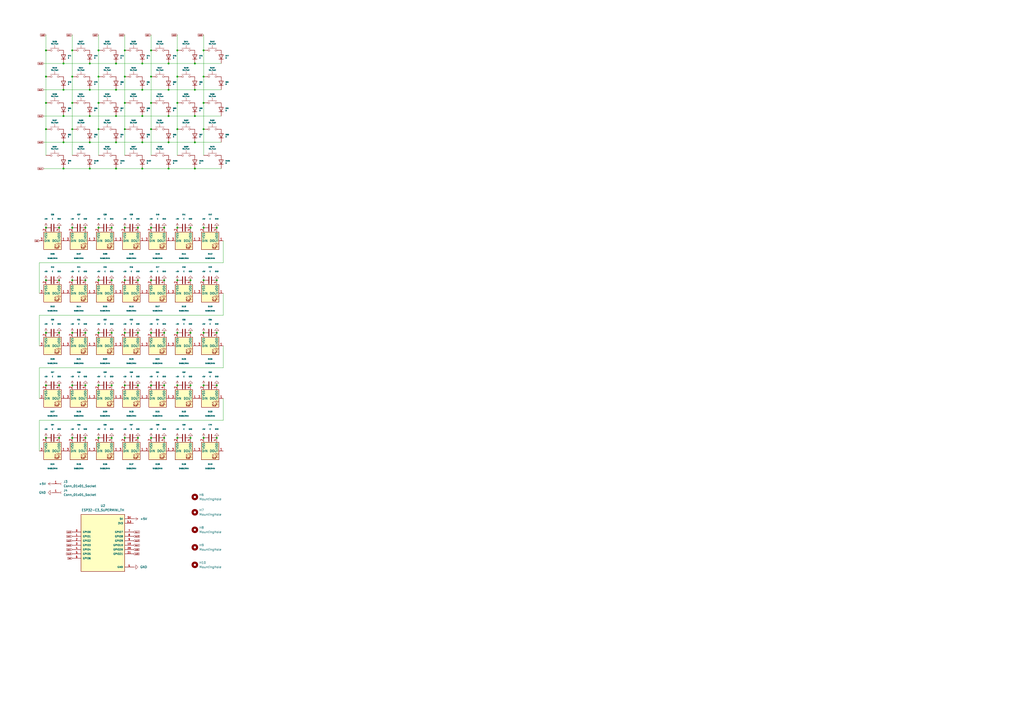
<source format=kicad_sch>
(kicad_sch (version 20250114) (generator "eeschema") (generator_version "9.0")
  (paper "A2")
  (junction (at 97.79 67.31))
  (junction (at 57.15 254))
  (junction (at 41.91 74.93))
  (junction (at 80.01 254))
  (junction (at 110.49 254))
  (junction (at 57.15 29.21))
  (junction (at 64.77 132.08))
  (junction (at 97.79 52.07))
  (junction (at 125.73 132.08))
  (junction (at 34.29 162.56))
  (junction (at 118.11 59.69))
  (junction (at 97.79 82.55))
  (junction (at 34.29 132.08))
  (junction (at 36.83 36.83))
  (junction (at 34.29 193.04))
  (junction (at 125.73 223.52))
  (junction (at 82.55 97.79))
  (junction (at 82.55 82.55))
  (junction (at 26.67 254))
  (junction (at 72.39 74.93))
  (junction (at 26.67 29.21))
  (junction (at 72.39 223.52))
  (junction (at 72.39 132.08))
  (junction (at 34.29 223.52))
  (junction (at 26.67 162.56))
  (junction (at 125.73 254))
  (junction (at 118.11 223.52))
  (junction (at 102.87 74.93))
  (junction (at 113.03 97.79))
  (junction (at 57.15 59.69))
  (junction (at 41.91 132.08))
  (junction (at 87.63 29.21))
  (junction (at 41.91 223.52))
  (junction (at 57.15 132.08))
  (junction (at 125.73 162.56))
  (junction (at 118.11 74.93))
  (junction (at 95.25 223.52))
  (junction (at 95.25 132.08))
  (junction (at 102.87 223.52))
  (junction (at 26.67 223.52))
  (junction (at 95.25 254))
  (junction (at 72.39 193.04))
  (junction (at 26.67 59.69))
  (junction (at 36.83 97.79))
  (junction (at 118.11 29.21))
  (junction (at 52.07 82.55))
  (junction (at 118.11 132.08))
  (junction (at 41.91 162.56))
  (junction (at 82.55 36.83))
  (junction (at 113.03 67.31))
  (junction (at 102.87 254))
  (junction (at 82.55 52.07))
  (junction (at 49.53 132.08))
  (junction (at 67.31 67.31))
  (junction (at 87.63 193.04))
  (junction (at 52.07 52.07))
  (junction (at 52.07 67.31))
  (junction (at 87.63 162.56))
  (junction (at 67.31 82.55))
  (junction (at 57.15 193.04))
  (junction (at 57.15 44.45))
  (junction (at 110.49 162.56))
  (junction (at 67.31 36.83))
  (junction (at 113.03 52.07))
  (junction (at 64.77 162.56))
  (junction (at 49.53 162.56))
  (junction (at 87.63 44.45))
  (junction (at 26.67 132.08))
  (junction (at 72.39 44.45))
  (junction (at 52.07 97.79))
  (junction (at 57.15 223.52))
  (junction (at 118.11 254))
  (junction (at 64.77 254))
  (junction (at 110.49 132.08))
  (junction (at 26.67 44.45))
  (junction (at 36.83 82.55))
  (junction (at 118.11 44.45))
  (junction (at 102.87 162.56))
  (junction (at 41.91 29.21))
  (junction (at 95.25 162.56))
  (junction (at 113.03 36.83))
  (junction (at 49.53 193.04))
  (junction (at 67.31 52.07))
  (junction (at 102.87 44.45))
  (junction (at 87.63 132.08))
  (junction (at 57.15 162.56))
  (junction (at 80.01 193.04))
  (junction (at 102.87 29.21))
  (junction (at 82.55 67.31))
  (junction (at 87.63 223.52))
  (junction (at 72.39 162.56))
  (junction (at 87.63 59.69))
  (junction (at 80.01 132.08))
  (junction (at 97.79 97.79))
  (junction (at 110.49 193.04))
  (junction (at 102.87 59.69))
  (junction (at 57.15 74.93))
  (junction (at 72.39 29.21))
  (junction (at 36.83 52.07))
  (junction (at 64.77 223.52))
  (junction (at 41.91 254))
  (junction (at 95.25 193.04))
  (junction (at 102.87 132.08))
  (junction (at 87.63 74.93))
  (junction (at 26.67 74.93))
  (junction (at 67.31 97.79))
  (junction (at 72.39 254))
  (junction (at 110.49 223.52))
  (junction (at 125.73 193.04))
  (junction (at 118.11 193.04))
  (junction (at 41.91 59.69))
  (junction (at 118.11 162.56))
  (junction (at 41.91 193.04))
  (junction (at 49.53 254))
  (junction (at 97.79 36.83))
  (junction (at 87.63 254))
  (junction (at 102.87 193.04))
  (junction (at 113.03 82.55))
  (junction (at 36.83 67.31))
  (junction (at 64.77 193.04))
  (junction (at 26.67 193.04))
  (junction (at 41.91 44.45))
  (junction (at 80.01 223.52))
  (junction (at 49.53 223.52))
  (junction (at 72.39 59.69))
  (junction (at 34.29 254))
  (junction (at 80.01 162.56))
  (junction (at 52.07 36.83))
  (wire (pts (xy 25.4 67.31) (xy 36.83 67.31)))
  (wire (pts (xy 25.4 36.83) (xy 36.83 36.83)))
  (wire (pts (xy 41.91 44.45) (xy 41.91 29.21)))
  (wire (pts (xy 22.86 231.14) (xy 22.86 213.36)))
  (wire (pts (xy 41.91 74.93) (xy 41.91 59.69)))
  (wire (pts (xy 57.15 74.93) (xy 57.15 90.17)))
  (wire (pts (xy 129.54 243.84) (xy 22.86 243.84)))
  (wire (pts (xy 52.07 82.55) (xy 36.83 82.55)))
  (wire (pts (xy 22.86 213.36) (xy 129.54 213.36)))
  (wire (pts (xy 97.79 36.83) (xy 113.03 36.83)))
  (wire (pts (xy 41.91 59.69) (xy 41.91 44.45)))
  (wire (pts (xy 22.86 243.84) (xy 22.86 261.62)))
  (wire (pts (xy 82.55 36.83) (xy 97.79 36.83)))
  (wire (pts (xy 72.39 90.17) (xy 72.39 74.93)))
  (wire (pts (xy 41.91 90.17) (xy 41.91 74.93)))
  (wire (pts (xy 113.03 36.83) (xy 128.27 36.83)))
  (wire (pts (xy 118.11 74.93) (xy 118.11 90.17)))
  (wire (pts (xy 67.31 67.31) (xy 82.55 67.31)))
  (wire (pts (xy 26.67 59.69) (xy 26.67 74.93)))
  (wire (pts (xy 67.31 36.83) (xy 82.55 36.83)))
  (wire (pts (xy 129.54 182.88) (xy 22.86 182.88)))
  (wire (pts (xy 72.39 59.69) (xy 72.39 44.45)))
  (wire (pts (xy 118.11 44.45) (xy 118.11 59.69)))
  (wire (pts (xy 72.39 44.45) (xy 72.39 29.21)))
  (wire (pts (xy 52.07 52.07) (xy 36.83 52.07)))
  (wire (pts (xy 36.83 52.07) (xy 25.4 52.07)))
  (wire (pts (xy 113.03 52.07) (xy 97.79 52.07)))
  (wire (pts (xy 129.54 152.4) (xy 129.54 139.7)))
  (wire (pts (xy 118.11 20.32) (xy 118.11 29.21)))
  (wire (pts (xy 87.63 59.69) (xy 87.63 74.93)))
  (wire (pts (xy 97.79 67.31) (xy 113.03 67.31)))
  (wire (pts (xy 57.15 44.45) (xy 57.15 59.69)))
  (wire (pts (xy 52.07 97.79) (xy 67.31 97.79)))
  (wire (pts (xy 113.03 82.55) (xy 97.79 82.55)))
  (wire (pts (xy 72.39 29.21) (xy 72.39 20.32)))
  (wire (pts (xy 26.67 44.45) (xy 26.67 59.69)))
  (wire (pts (xy 82.55 67.31) (xy 97.79 67.31)))
  (wire (pts (xy 87.63 20.32) (xy 87.63 29.21)))
  (wire (pts (xy 87.63 29.21) (xy 87.63 44.45)))
  (wire (pts (xy 129.54 170.18) (xy 129.54 182.88)))
  (wire (pts (xy 57.15 20.32) (xy 57.15 29.21)))
  (wire (pts (xy 41.91 29.21) (xy 41.91 20.32)))
  (wire (pts (xy 52.07 36.83) (xy 67.31 36.83)))
  (wire (pts (xy 102.87 74.93) (xy 102.87 59.69)))
  (wire (pts (xy 82.55 52.07) (xy 67.31 52.07)))
  (wire (pts (xy 102.87 90.17) (xy 102.87 74.93)))
  (wire (pts (xy 67.31 97.79) (xy 82.55 97.79)))
  (wire (pts (xy 87.63 74.93) (xy 87.63 90.17)))
  (wire (pts (xy 36.83 36.83) (xy 52.07 36.83)))
  (wire (pts (xy 97.79 97.79) (xy 113.03 97.79)))
  (wire (pts (xy 26.67 74.93) (xy 26.67 90.17)))
  (wire (pts (xy 97.79 82.55) (xy 82.55 82.55)))
  (wire (pts (xy 128.27 82.55) (xy 113.03 82.55)))
  (wire (pts (xy 25.4 97.79) (xy 36.83 97.79)))
  (wire (pts (xy 22.86 182.88) (xy 22.86 200.66)))
  (wire (pts (xy 102.87 44.45) (xy 102.87 29.21)))
  (wire (pts (xy 52.07 67.31) (xy 67.31 67.31)))
  (wire (pts (xy 87.63 44.45) (xy 87.63 59.69)))
  (wire (pts (xy 102.87 59.69) (xy 102.87 44.45)))
  (wire (pts (xy 57.15 29.21) (xy 57.15 44.45)))
  (wire (pts (xy 129.54 213.36) (xy 129.54 200.66)))
  (wire (pts (xy 36.83 82.55) (xy 25.4 82.55)))
  (wire (pts (xy 82.55 97.79) (xy 97.79 97.79)))
  (wire (pts (xy 113.03 67.31) (xy 128.27 67.31)))
  (wire (pts (xy 36.83 97.79) (xy 52.07 97.79)))
  (wire (pts (xy 102.87 29.21) (xy 102.87 20.32)))
  (wire (pts (xy 22.86 152.4) (xy 129.54 152.4)))
  (wire (pts (xy 128.27 52.07) (xy 113.03 52.07)))
  (wire (pts (xy 22.86 170.18) (xy 22.86 152.4)))
  (wire (pts (xy 118.11 29.21) (xy 118.11 44.45)))
  (wire (pts (xy 67.31 82.55) (xy 52.07 82.55)))
  (wire (pts (xy 57.15 59.69) (xy 57.15 74.93)))
  (wire (pts (xy 26.67 29.21) (xy 26.67 44.45)))
  (wire (pts (xy 97.79 52.07) (xy 82.55 52.07)))
  (wire (pts (xy 113.03 97.79) (xy 128.27 97.79)))
  (wire (pts (xy 82.55 82.55) (xy 67.31 82.55)))
  (wire (pts (xy 67.31 52.07) (xy 52.07 52.07)))
  (wire (pts (xy 36.83 67.31) (xy 52.07 67.31)))
  (wire (pts (xy 72.39 74.93) (xy 72.39 59.69)))
  (wire (pts (xy 26.67 20.32) (xy 26.67 29.21)))
  (wire (pts (xy 118.11 59.69) (xy 118.11 74.93)))
  (wire (pts (xy 129.54 231.14) (xy 129.54 243.84)))
  (global_label "col6" (shape input) (at 118.11 20.32 180) (effects (font (size 0.635 0.635))) (property "Intersheetrefs" "${INTERSHEET_REFS}" (effects (hide yes))))
  (global_label "row3" (shape input) (at 77.47 311.15 0) (effects (font (size 0.635 0.635))) (property "Intersheetrefs" "${INTERSHEET_REFS}" (effects (hide yes))))
  (global_label "col2" (shape input) (at 41.91 313.69 180) (effects (font (size 0.635 0.635))) (property "Intersheetrefs" "${INTERSHEET_REFS}" (effects (hide yes))))
  (global_label "row4" (shape input) (at 25.4 97.79 180) (effects (font (size 0.635 0.635))) (property "Intersheetrefs" "${INTERSHEET_REFS}" (effects (hide yes))))
  (global_label "row0" (shape input) (at 25.4 36.83 180) (effects (font (size 0.635 0.635))) (property "Intersheetrefs" "${INTERSHEET_REFS}" (effects (hide yes))))
  (global_label "col0" (shape input) (at 26.67 20.32 180) (effects (font (size 0.635 0.635))) (property "Intersheetrefs" "${INTERSHEET_REFS}" (effects (hide yes))))
  (global_label "col3" (shape input) (at 72.39 20.32 180) (effects (font (size 0.635 0.635))) (property "Intersheetrefs" "${INTERSHEET_REFS}" (effects (hide yes))))
  (global_label "led" (shape input) (at 41.91 323.85 180) (effects (font (size 0.635 0.635))) (property "Intersheetrefs" "${INTERSHEET_REFS}" (effects (hide yes))))
  (global_label "led" (shape input) (at 22.86 139.7 180) (effects (font (size 0.635 0.635))) (property "Intersheetrefs" "${INTERSHEET_REFS}" (effects (hide yes))))
  (global_label "col2" (shape input) (at 57.15 20.32 180) (effects (font (size 0.635 0.635))) (property "Intersheetrefs" "${INTERSHEET_REFS}" (effects (hide yes))))
  (global_label "col1" (shape input) (at 41.91 311.15 180) (effects (font (size 0.635 0.635))) (property "Intersheetrefs" "${INTERSHEET_REFS}" (effects (hide yes))))
  (global_label "row1" (shape input) (at 25.4 52.07 180) (effects (font (size 0.635 0.635))) (property "Intersheetrefs" "${INTERSHEET_REFS}" (effects (hide yes))))
  (global_label "row1" (shape input) (at 77.47 316.23 0) (effects (font (size 0.635 0.635))) (property "Intersheetrefs" "${INTERSHEET_REFS}" (effects (hide yes))))
  (global_label "col1" (shape input) (at 41.91 20.32 180) (effects (font (size 0.635 0.635))) (property "Intersheetrefs" "${INTERSHEET_REFS}" (effects (hide yes))))
  (global_label "row0" (shape input) (at 41.91 321.31 180) (effects (font (size 0.635 0.635))) (property "Intersheetrefs" "${INTERSHEET_REFS}" (effects (hide yes))))
  (global_label "col5" (shape input) (at 77.47 321.31 0) (effects (font (size 0.635 0.635))) (property "Intersheetrefs" "${INTERSHEET_REFS}" (effects (hide yes))))
  (global_label "row4" (shape input) (at 77.47 308.61 0) (effects (font (size 0.635 0.635))) (property "Intersheetrefs" "${INTERSHEET_REFS}" (effects (hide yes))))
  (global_label "row2" (shape input) (at 77.47 313.69 0) (effects (font (size 0.635 0.635))) (property "Intersheetrefs" "${INTERSHEET_REFS}" (effects (hide yes))))
  (global_label "row3" (shape input) (at 25.4 82.55 180) (effects (font (size 0.635 0.635))) (property "Intersheetrefs" "${INTERSHEET_REFS}" (effects (hide yes))))
  (global_label "row2" (shape input) (at 25.4 67.31 180) (effects (font (size 0.635 0.635))) (property "Intersheetrefs" "${INTERSHEET_REFS}" (effects (hide yes))))
  (global_label "col4" (shape input) (at 87.63 20.32 180) (effects (font (size 0.635 0.635))) (property "Intersheetrefs" "${INTERSHEET_REFS}" (effects (hide yes))))
  (global_label "col0" (shape input) (at 41.91 308.61 180) (effects (font (size 0.635 0.635))) (property "Intersheetrefs" "${INTERSHEET_REFS}" (effects (hide yes))))
  (global_label "col6" (shape input) (at 77.47 318.77 0) (effects (font (size 0.635 0.635))) (property "Intersheetrefs" "${INTERSHEET_REFS}" (effects (hide yes))))
  (global_label "col5" (shape input) (at 102.87 20.32 180) (effects (font (size 0.635 0.635))) (property "Intersheetrefs" "${INTERSHEET_REFS}" (effects (hide yes))))
  (global_label "col4" (shape input) (at 41.91 318.77 180) (effects (font (size 0.635 0.635))) (property "Intersheetrefs" "${INTERSHEET_REFS}" (effects (hide yes))))
  (global_label "col3" (shape input) (at 41.91 316.23 180) (effects (font (size 0.635 0.635))) (property "Intersheetrefs" "${INTERSHEET_REFS}" (effects (hide yes))))
  (symbol (lib_id "Device:C") (at 91.44 223.52 90) (unit 1)
    (property "Reference" "C26" (at 91.44 215.9 90) (effects (font (size 0.635 0.635))))
    (property "Value" "C" (at 91.44 218.44 90) (effects (font (size 0.635 0.635))))
    (property "Footprint" "Capacitor_SMD:C_0805_2012Metric_Pad1.18x1.45mm_HandSolder" (effects (hide yes)))
    (property "Description" "Unpolarized capacitor" (effects (hide yes)))
    (instances (project "Wren" (path "" (reference "C61") (unit 1)) (path "" (reference "C26") (unit 1))))
  )
  (symbol (lib_id "LED:SK6812MINI") (at 60.96 170.18 0) (unit 1)
    (property "Reference" "D45" (at 60.96 177.8 0) (effects (font (size 0.635 0.635))))
    (property "Value" "SK6812MINI" (at 60.96 180.34 0) (effects (font (size 0.635 0.635))))
    (property "Footprint" "Cheyao Macropad PCB Neopixel:SK6812MINI-E" (effects (hide yes)))
    (property "Datasheet" "https://cdn-shop.adafruit.com/product-files/2686/SK6812MINI_REV.01-1-2.pdf" (effects (hide yes)))
    (property "Description" "RGB LED with integrated controller" (effects (hide yes)))
    (instances (project "Wren" (path "" (reference "D115") (unit 1)) (path "" (reference "D45") (unit 1))))
  )
  (symbol (lib_id "power:GND") (at 80.01 193.04 180) (unit 1)
    (property "Reference" "#PWR036" (effects (hide yes)))
    (property "Value" "GND" (at 80.01 187.96 0) (effects (font (size 0.635 0.635))))
    (property "Description" "Power symbol creates a global label with name \"GND\" , ground" (effects (hide yes)))
    (instances (project "Wren" (path "" (reference "#PWR0110") (unit 1)) (path "" (reference "#PWR036") (unit 1))))
  )
  (symbol (lib_id "Device:D") (at 97.79 48.26 90) (unit 1)
    (property "Reference" "D12" (at 100.33 47.625 90) (effects (font (size 0.635 0.635)) (justify right)))
    (property "Value" "D" (at 100.33 48.895 90) (effects (font (size 0.635 0.635)) (justify right)))
    (property "Footprint" "Diode_SMD:D_1206_3216Metric" (effects (hide yes)))
    (property "Description" "Diode" (effects (hide yes)))
    (property "Sim.Device" "D" (effects (hide yes)))
    (property "Sim.Pins" "1=K 2=A" (effects (hide yes)))
    (instances (project "Wren" (path "" (reference "D82") (unit 1)) (path "" (reference "D12") (unit 1))))
  )
  (symbol (lib_id "power:+5V") (at 87.63 254 0) (unit 1)
    (property "Reference" "#PWR065" (effects (hide yes)))
    (property "Value" "+5V" (at 87.63 248.92 0) (effects (font (size 0.635 0.635))))
    (property "Description" "Power symbol creates a global label with name \"+5V\"" (effects (hide yes)))
    (instances (project "Wren" (path "" (reference "#PWR0139") (unit 1)) (path "" (reference "#PWR065") (unit 1))))
  )
  (symbol (lib_id "LED:SK6812MINI") (at 121.92 139.7 0) (unit 1)
    (property "Reference" "D42" (at 121.92 147.32 0) (effects (font (size 0.635 0.635))))
    (property "Value" "SK6812MINI" (at 121.92 149.86 0) (effects (font (size 0.635 0.635))))
    (property "Footprint" "Cheyao Macropad PCB Neopixel:SK6812MINI-E" (effects (hide yes)))
    (property "Datasheet" "https://cdn-shop.adafruit.com/product-files/2686/SK6812MINI_REV.01-1-2.pdf" (effects (hide yes)))
    (property "Description" "RGB LED with integrated controller" (effects (hide yes)))
    (instances (project "Wren" (path "" (reference "D112") (unit 1)) (path "" (reference "D42") (unit 1))))
  )
  (symbol (lib_id "Switch:SW_Push") (at 107.95 29.21 0) (unit 1)
    (property "Reference" "SW6" (at 107.95 24.13 0) (effects (font (size 0.635 0.635))))
    (property "Value" "SW_Push" (at 107.95 25.4 0) (effects (font (size 0.635 0.635))))
    (property "Footprint" "Switch_Keyboard_Cherry_MX:SW_Cherry_MX_PCB_1.00u" (effects (hide yes)))
    (property "Description" "Push button switch, generic, two pins" (effects (hide yes)))
    (instances (project "Wren" (path "" (reference "SW41") (unit 1)) (path "" (reference "SW6") (unit 1))))
  )
  (symbol (lib_id "Switch:SW_Push") (at 46.99 90.17 0) (unit 1)
    (property "Reference" "SW30" (at 46.99 85.09 0) (effects (font (size 0.635 0.635))))
    (property "Value" "SW_Push" (at 46.99 86.36 0) (effects (font (size 0.635 0.635))))
    (property "Footprint" "Switch_Keyboard_Cherry_MX:SW_Cherry_MX_PCB_1.00u" (effects (hide yes)))
    (property "Description" "Push button switch, generic, two pins" (effects (hide yes)))
    (instances (project "Wren" (path "" (reference "SW65") (unit 1)) (path "" (reference "SW30") (unit 1))))
  )
  (symbol (lib_id "power:GND") (at 125.73 193.04 180) (unit 1)
    (property "Reference" "#PWR042" (effects (hide yes)))
    (property "Value" "GND" (at 125.73 187.96 0) (effects (font (size 0.635 0.635))))
    (property "Description" "Power symbol creates a global label with name \"GND\" , ground" (effects (hide yes)))
    (instances (project "Wren" (path "" (reference "#PWR0116") (unit 1)) (path "" (reference "#PWR042") (unit 1))))
  )
  (symbol (lib_id "power:+5V") (at 118.11 254 0) (unit 1)
    (property "Reference" "#PWR069" (effects (hide yes)))
    (property "Value" "+5V" (at 118.11 248.92 0) (effects (font (size 0.635 0.635))))
    (property "Description" "Power symbol creates a global label with name \"+5V\"" (effects (hide yes)))
    (instances (project "Wren" (path "" (reference "#PWR0143") (unit 1)) (path "" (reference "#PWR069") (unit 1))))
  )
  (symbol (lib_id "power:+5V") (at 102.87 193.04 0) (unit 1)
    (property "Reference" "#PWR039" (effects (hide yes)))
    (property "Value" "+5V" (at 102.87 187.96 0) (effects (font (size 0.635 0.635))))
    (property "Description" "Power symbol creates a global label with name \"+5V\"" (effects (hide yes)))
    (instances (project "Wren" (path "" (reference "#PWR0113") (unit 1)) (path "" (reference "#PWR039") (unit 1))))
  )
  (symbol (lib_id "power:+5V") (at 57.15 254 0) (unit 1)
    (property "Reference" "#PWR061" (effects (hide yes)))
    (property "Value" "+5V" (at 57.15 248.92 0) (effects (font (size 0.635 0.635))))
    (property "Description" "Power symbol creates a global label with name \"+5V\"" (effects (hide yes)))
    (instances (project "Wren" (path "" (reference "#PWR0135") (unit 1)) (path "" (reference "#PWR061") (unit 1))))
  )
  (symbol (lib_id "power:+5V") (at 57.15 193.04 0) (unit 1)
    (property "Reference" "#PWR033" (effects (hide yes)))
    (property "Value" "+5V" (at 57.15 187.96 0) (effects (font (size 0.635 0.635))))
    (property "Description" "Power symbol creates a global label with name \"+5V\"" (effects (hide yes)))
    (instances (project "Wren" (path "" (reference "#PWR0107") (unit 1)) (path "" (reference "#PWR033") (unit 1))))
  )
  (symbol (lib_id "power:GND") (at 110.49 254 180) (unit 1)
    (property "Reference" "#PWR068" (effects (hide yes)))
    (property "Value" "GND" (at 110.49 248.92 0) (effects (font (size 0.635 0.635))))
    (property "Description" "Power symbol creates a global label with name \"GND\" , ground" (effects (hide yes)))
    (instances (project "Wren" (path "" (reference "#PWR0142") (unit 1)) (path "" (reference "#PWR068") (unit 1))))
  )
  (symbol (lib_id "LED:SK6812MINI") (at 45.72 200.66 0) (unit 1)
    (property "Reference" "D51" (at 45.72 208.28 0) (effects (font (size 0.635 0.635))))
    (property "Value" "SK6812MINI" (at 45.72 210.82 0) (effects (font (size 0.635 0.635))))
    (property "Footprint" "Cheyao Macropad PCB Neopixel:SK6812MINI-E" (effects (hide yes)))
    (property "Datasheet" "https://cdn-shop.adafruit.com/product-files/2686/SK6812MINI_REV.01-1-2.pdf" (effects (hide yes)))
    (property "Description" "RGB LED with integrated controller" (effects (hide yes)))
    (instances (project "Wren" (path "" (reference "D121") (unit 1)) (path "" (reference "D51") (unit 1))))
  )
  (symbol (lib_id "Device:C") (at 45.72 193.04 90) (unit 1)
    (property "Reference" "C16" (at 45.72 185.42 90) (effects (font (size 0.635 0.635))))
    (property "Value" "C" (at 45.72 187.96 90) (effects (font (size 0.635 0.635))))
    (property "Footprint" "Capacitor_SMD:C_0805_2012Metric_Pad1.18x1.45mm_HandSolder" (effects (hide yes)))
    (property "Description" "Unpolarized capacitor" (effects (hide yes)))
    (instances (project "Wren" (path "" (reference "C51") (unit 1)) (path "" (reference "C16") (unit 1))))
  )
  (symbol (lib_id "LED:SK6812MINI") (at 91.44 170.18 0) (unit 1)
    (property "Reference" "D47" (at 91.44 177.8 0) (effects (font (size 0.635 0.635))))
    (property "Value" "SK6812MINI" (at 91.44 180.34 0) (effects (font (size 0.635 0.635))))
    (property "Footprint" "Cheyao Macropad PCB Neopixel:SK6812MINI-E" (effects (hide yes)))
    (property "Datasheet" "https://cdn-shop.adafruit.com/product-files/2686/SK6812MINI_REV.01-1-2.pdf" (effects (hide yes)))
    (property "Description" "RGB LED with integrated controller" (effects (hide yes)))
    (instances (project "Wren" (path "" (reference "D117") (unit 1)) (path "" (reference "D47") (unit 1))))
  )
  (symbol (lib_id "power:GND") (at 34.29 223.52 180) (unit 1)
    (property "Reference" "#PWR044" (effects (hide yes)))
    (property "Value" "GND" (at 34.29 218.44 0) (effects (font (size 0.635 0.635))))
    (property "Description" "Power symbol creates a global label with name \"GND\" , ground" (effects (hide yes)))
    (instances (project "Wren" (path "" (reference "#PWR0118") (unit 1)) (path "" (reference "#PWR044") (unit 1))))
  )
  (symbol (lib_id "Switch:SW_Push") (at 107.95 74.93 0) (unit 1)
    (property "Reference" "SW27" (at 107.95 69.85 0) (effects (font (size 0.635 0.635))))
    (property "Value" "SW_Push" (at 107.95 71.12 0) (effects (font (size 0.635 0.635))))
    (property "Footprint" "Switch_Keyboard_Cherry_MX:SW_Cherry_MX_PCB_1.00u" (effects (hide yes)))
    (property "Description" "Push button switch, generic, two pins" (effects (hide yes)))
    (instances (project "Wren" (path "" (reference "SW62") (unit 1)) (path "" (reference "SW27") (unit 1))))
  )
  (symbol (lib_id "LED:SK6812MINI") (at 60.96 261.62 0) (unit 1)
    (property "Reference" "D66" (at 60.96 269.24 0) (effects (font (size 0.635 0.635))))
    (property "Value" "SK6812MINI" (at 60.96 271.78 0) (effects (font (size 0.635 0.635))))
    (property "Footprint" "Cheyao Macropad PCB Neopixel:SK6812MINI-E" (effects (hide yes)))
    (property "Datasheet" "https://cdn-shop.adafruit.com/product-files/2686/SK6812MINI_REV.01-1-2.pdf" (effects (hide yes)))
    (property "Description" "RGB LED with integrated controller" (effects (hide yes)))
    (instances (project "Wren" (path "" (reference "D136") (unit 1)) (path "" (reference "D66") (unit 1))))
  )
  (symbol (lib_id "power:GND") (at 95.25 254 180) (unit 1)
    (property "Reference" "#PWR066" (effects (hide yes)))
    (property "Value" "GND" (at 95.25 248.92 0) (effects (font (size 0.635 0.635))))
    (property "Description" "Power symbol creates a global label with name \"GND\" , ground" (effects (hide yes)))
    (instances (project "Wren" (path "" (reference "#PWR0140") (unit 1)) (path "" (reference "#PWR066") (unit 1))))
  )
  (symbol (lib_id "LED:SK6812MINI") (at 91.44 200.66 0) (unit 1)
    (property "Reference" "D54" (at 91.44 208.28 0) (effects (font (size 0.635 0.635))))
    (property "Value" "SK6812MINI" (at 91.44 210.82 0) (effects (font (size 0.635 0.635))))
    (property "Footprint" "Cheyao Macropad PCB Neopixel:SK6812MINI-E" (effects (hide yes)))
    (property "Datasheet" "https://cdn-shop.adafruit.com/product-files/2686/SK6812MINI_REV.01-1-2.pdf" (effects (hide yes)))
    (property "Description" "RGB LED with integrated controller" (effects (hide yes)))
    (instances (project "Wren" (path "" (reference "D124") (unit 1)) (path "" (reference "D54") (unit 1))))
  )
  (symbol (lib_id "power:GND") (at 110.49 162.56 180) (unit 1)
    (property "Reference" "#PWR026" (effects (hide yes)))
    (property "Value" "GND" (at 110.49 157.48 0) (effects (font (size 0.635 0.635))))
    (property "Description" "Power symbol creates a global label with name \"GND\" , ground" (effects (hide yes)))
    (instances (project "Wren" (path "" (reference "#PWR0100") (unit 1)) (path "" (reference "#PWR026") (unit 1))))
  )
  (symbol (lib_id "Device:D") (at 67.31 63.5 90) (unit 1)
    (property "Reference" "D17" (at 69.85 62.865 90) (effects (font (size 0.635 0.635)) (justify right)))
    (property "Value" "D" (at 69.85 64.135 90) (effects (font (size 0.635 0.635)) (justify right)))
    (property "Footprint" "Diode_SMD:D_1206_3216Metric" (effects (hide yes)))
    (property "Description" "Diode" (effects (hide yes)))
    (property "Sim.Device" "D" (effects (hide yes)))
    (property "Sim.Pins" "1=K 2=A" (effects (hide yes)))
    (instances (project "Wren" (path "" (reference "D87") (unit 1)) (path "" (reference "D17") (unit 1))))
  )
  (symbol (lib_id "power:+5V") (at 118.11 132.08 0) (unit 1)
    (property "Reference" "#PWR013" (effects (hide yes)))
    (property "Value" "+5V" (at 118.11 127 0) (effects (font (size 0.635 0.635))))
    (property "Description" "Power symbol creates a global label with name \"+5V\"" (effects (hide yes)))
    (instances (project "Wren" (path "" (reference "#PWR087") (unit 1)) (path "" (reference "#PWR013") (unit 1))))
  )
  (symbol (lib_id "power:+5V") (at 87.63 193.04 0) (unit 1)
    (property "Reference" "#PWR037" (effects (hide yes)))
    (property "Value" "+5V" (at 87.63 187.96 0) (effects (font (size 0.635 0.635))))
    (property "Description" "Power symbol creates a global label with name \"+5V\"" (effects (hide yes)))
    (instances (project "Wren" (path "" (reference "#PWR0111") (unit 1)) (path "" (reference "#PWR037") (unit 1))))
  )
  (symbol (lib_id "power:+5V") (at 41.91 223.52 0) (unit 1)
    (property "Reference" "#PWR045" (effects (hide yes)))
    (property "Value" "+5V" (at 41.91 218.44 0) (effects (font (size 0.635 0.635))))
    (property "Description" "Power symbol creates a global label with name \"+5V\"" (effects (hide yes)))
    (instances (project "Wren" (path "" (reference "#PWR0119") (unit 1)) (path "" (reference "#PWR045") (unit 1))))
  )
  (symbol (lib_id "LED:SK6812MINI") (at 30.48 231.14 0) (unit 1)
    (property "Reference" "D57" (at 30.48 238.76 0) (effects (font (size 0.635 0.635))))
    (property "Value" "SK6812MINI" (at 30.48 241.3 0) (effects (font (size 0.635 0.635))))
    (property "Footprint" "Cheyao Macropad PCB Neopixel:SK6812MINI-E" (effects (hide yes)))
    (property "Datasheet" "https://cdn-shop.adafruit.com/product-files/2686/SK6812MINI_REV.01-1-2.pdf" (effects (hide yes)))
    (property "Description" "RGB LED with integrated controller" (effects (hide yes)))
    (instances (project "Wren" (path "" (reference "D127") (unit 1)) (path "" (reference "D57") (unit 1))))
  )
  (symbol (lib_id "Device:D") (at 113.03 33.02 90) (unit 1)
    (property "Reference" "D6" (at 115.57 32.385 90) (effects (font (size 0.635 0.635)) (justify right)))
    (property "Value" "D" (at 115.57 33.655 90) (effects (font (size 0.635 0.635)) (justify right)))
    (property "Footprint" "Diode_SMD:D_1206_3216Metric" (effects (hide yes)))
    (property "Description" "Diode" (effects (hide yes)))
    (property "Sim.Device" "D" (effects (hide yes)))
    (property "Sim.Pins" "1=K 2=A" (effects (hide yes)))
    (instances (project "Wren" (path "" (reference "D76") (unit 1)) (path "" (reference "D6") (unit 1))))
  )
  (symbol (lib_id "LED:SK6812MINI") (at 106.68 139.7 0) (unit 1)
    (property "Reference" "D41" (at 106.68 147.32 0) (effects (font (size 0.635 0.635))))
    (property "Value" "SK6812MINI" (at 106.68 149.86 0) (effects (font (size 0.635 0.635))))
    (property "Footprint" "Cheyao Macropad PCB Neopixel:SK6812MINI-E" (effects (hide yes)))
    (property "Datasheet" "https://cdn-shop.adafruit.com/product-files/2686/SK6812MINI_REV.01-1-2.pdf" (effects (hide yes)))
    (property "Description" "RGB LED with integrated controller" (effects (hide yes)))
    (instances (project "Wren" (path "" (reference "D111") (unit 1)) (path "" (reference "D41") (unit 1))))
  )
  (symbol (lib_id "LED:SK6812MINI") (at 45.72 261.62 0) (unit 1)
    (property "Reference" "D65" (at 45.72 269.24 0) (effects (font (size 0.635 0.635))))
    (property "Value" "SK6812MINI" (at 45.72 271.78 0) (effects (font (size 0.635 0.635))))
    (property "Footprint" "Cheyao Macropad PCB Neopixel:SK6812MINI-E" (effects (hide yes)))
    (property "Datasheet" "https://cdn-shop.adafruit.com/product-files/2686/SK6812MINI_REV.01-1-2.pdf" (effects (hide yes)))
    (property "Description" "RGB LED with integrated controller" (effects (hide yes)))
    (instances (project "Wren" (path "" (reference "D135") (unit 1)) (path "" (reference "D65") (unit 1))))
  )
  (symbol (lib_id "LED:SK6812MINI") (at 106.68 170.18 0) (unit 1)
    (property "Reference" "D48" (at 106.68 177.8 0) (effects (font (size 0.635 0.635))))
    (property "Value" "SK6812MINI" (at 106.68 180.34 0) (effects (font (size 0.635 0.635))))
    (property "Footprint" "Cheyao Macropad PCB Neopixel:SK6812MINI-E" (effects (hide yes)))
    (property "Datasheet" "https://cdn-shop.adafruit.com/product-files/2686/SK6812MINI_REV.01-1-2.pdf" (effects (hide yes)))
    (property "Description" "RGB LED with integrated controller" (effects (hide yes)))
    (instances (project "Wren" (path "" (reference "D118") (unit 1)) (path "" (reference "D48") (unit 1))))
  )
  (symbol (lib_id "Device:C") (at 30.48 132.08 90) (unit 1)
    (property "Reference" "C1" (at 30.48 124.46 90) (effects (font (size 0.635 0.635))))
    (property "Value" "C" (at 30.48 127 90) (effects (font (size 0.635 0.635))))
    (property "Footprint" "Capacitor_SMD:C_0805_2012Metric_Pad1.18x1.45mm_HandSolder" (effects (hide yes)))
    (property "Description" "Unpolarized capacitor" (effects (hide yes)))
    (instances (project "" (path "" (reference "C36") (unit 1)) (path "" (reference "C1") (unit 1))))
  )
  (symbol (lib_id "LED:SK6812MINI") (at 91.44 231.14 0) (unit 1)
    (property "Reference" "D61" (at 91.44 238.76 0) (effects (font (size 0.635 0.635))))
    (property "Value" "SK6812MINI" (at 91.44 241.3 0) (effects (font (size 0.635 0.635))))
    (property "Footprint" "Cheyao Macropad PCB Neopixel:SK6812MINI-E" (effects (hide yes)))
    (property "Datasheet" "https://cdn-shop.adafruit.com/product-files/2686/SK6812MINI_REV.01-1-2.pdf" (effects (hide yes)))
    (property "Description" "RGB LED with integrated controller" (effects (hide yes)))
    (instances (project "Wren" (path "" (reference "D131") (unit 1)) (path "" (reference "D61") (unit 1))))
  )
  (symbol (lib_id "power:+5V") (at 72.39 193.04 0) (unit 1)
    (property "Reference" "#PWR035" (effects (hide yes)))
    (property "Value" "+5V" (at 72.39 187.96 0) (effects (font (size 0.635 0.635))))
    (property "Description" "Power symbol creates a global label with name \"+5V\"" (effects (hide yes)))
    (instances (project "Wren" (path "" (reference "#PWR0109") (unit 1)) (path "" (reference "#PWR035") (unit 1))))
  )
  (symbol (lib_id "LED:SK6812MINI") (at 30.48 139.7 0) (unit 1)
    (property "Reference" "D36" (at 30.48 147.32 0) (effects (font (size 0.635 0.635))))
    (property "Value" "SK6812MINI" (at 30.48 149.86 0) (effects (font (size 0.635 0.635))))
    (property "Footprint" "Cheyao Macropad PCB Neopixel:SK6812MINI-E" (effects (hide yes)))
    (property "Datasheet" "https://cdn-shop.adafruit.com/product-files/2686/SK6812MINI_REV.01-1-2.pdf" (effects (hide yes)))
    (property "Description" "RGB LED with integrated controller" (effects (hide yes)))
    (instances (project "" (path "" (reference "D106") (unit 1)) (path "" (reference "D36") (unit 1))))
  )
  (symbol (lib_id "Switch:SW_Push") (at 31.75 90.17 0) (unit 1)
    (property "Reference" "SW29" (at 31.75 85.09 0) (effects (font (size 0.635 0.635))))
    (property "Value" "SW_Push" (at 31.75 86.36 0) (effects (font (size 0.635 0.635))))
    (property "Footprint" "Switch_Keyboard_Cherry_MX:SW_Cherry_MX_PCB_1.00u" (effects (hide yes)))
    (property "Description" "Push button switch, generic, two pins" (effects (hide yes)))
    (instances (project "Wren" (path "" (reference "SW64") (unit 1)) (path "" (reference "SW29") (unit 1))))
  )
  (symbol (lib_id "Switch:SW_Push") (at 62.23 74.93 0) (unit 1)
    (property "Reference" "SW24" (at 62.23 69.85 0) (effects (font (size 0.635 0.635))))
    (property "Value" "SW_Push" (at 62.23 71.12 0) (effects (font (size 0.635 0.635))))
    (property "Footprint" "Switch_Keyboard_Cherry_MX:SW_Cherry_MX_PCB_1.00u" (effects (hide yes)))
    (property "Description" "Push button switch, generic, two pins" (effects (hide yes)))
    (instances (project "Wren" (path "" (reference "SW59") (unit 1)) (path "" (reference "SW24") (unit 1))))
  )
  (symbol (lib_id "power:GND") (at 64.77 193.04 180) (unit 1)
    (property "Reference" "#PWR034" (effects (hide yes)))
    (property "Value" "GND" (at 64.77 187.96 0) (effects (font (size 0.635 0.635))))
    (property "Description" "Power symbol creates a global label with name \"GND\" , ground" (effects (hide yes)))
    (instances (project "Wren" (path "" (reference "#PWR0108") (unit 1)) (path "" (reference "#PWR034") (unit 1))))
  )
  (symbol (lib_id "Device:D") (at 36.83 33.02 90) (unit 1)
    (property "Reference" "D1" (at 39.37 32.385 90) (effects (font (size 0.635 0.635)) (justify right)))
    (property "Value" "D" (at 39.37 33.655 90) (effects (font (size 0.635 0.635)) (justify right)))
    (property "Footprint" "Diode_SMD:D_1206_3216Metric" (effects (hide yes)))
    (property "Description" "Diode" (effects (hide yes)))
    (property "Sim.Device" "D" (effects (hide yes)))
    (property "Sim.Pins" "1=K 2=A" (effects (hide yes)))
    (instances (project "Wren" (path "" (reference "D71") (unit 1)) (path "" (reference "D1") (unit 1))))
  )
  (symbol (lib_id "power:GND") (at 49.53 132.08 180) (unit 1)
    (property "Reference" "#PWR04" (effects (hide yes)))
    (property "Value" "GND" (at 49.53 127 0) (effects (font (size 0.635 0.635))))
    (property "Description" "Power symbol creates a global label with name \"GND\" , ground" (effects (hide yes)))
    (instances (project "Wren" (path "" (reference "#PWR078") (unit 1)) (path "" (reference "#PWR04") (unit 1))))
  )
  (symbol (lib_id "Device:C") (at 60.96 162.56 90) (unit 1)
    (property "Reference" "C10" (at 60.96 154.94 90) (effects (font (size 0.635 0.635))))
    (property "Value" "C" (at 60.96 157.48 90) (effects (font (size 0.635 0.635))))
    (property "Footprint" "Capacitor_SMD:C_0805_2012Metric_Pad1.18x1.45mm_HandSolder" (effects (hide yes)))
    (property "Description" "Unpolarized capacitor" (effects (hide yes)))
    (instances (project "Wren" (path "" (reference "C45") (unit 1)) (path "" (reference "C10") (unit 1))))
  )
  (symbol (lib_id "LED:SK6812MINI") (at 30.48 261.62 0) (unit 1)
    (property "Reference" "D64" (at 30.48 269.24 0) (effects (font (size 0.635 0.635))))
    (property "Value" "SK6812MINI" (at 30.48 271.78 0) (effects (font (size 0.635 0.635))))
    (property "Footprint" "Cheyao Macropad PCB Neopixel:SK6812MINI-E" (effects (hide yes)))
    (property "Datasheet" "https://cdn-shop.adafruit.com/product-files/2686/SK6812MINI_REV.01-1-2.pdf" (effects (hide yes)))
    (property "Description" "RGB LED with integrated controller" (effects (hide yes)))
    (instances (project "Wren" (path "" (reference "D134") (unit 1)) (path "" (reference "D64") (unit 1))))
  )
  (symbol (lib_id "power:+5V") (at 102.87 132.08 0) (unit 1)
    (property "Reference" "#PWR011" (effects (hide yes)))
    (property "Value" "+5V" (at 102.87 127 0) (effects (font (size 0.635 0.635))))
    (property "Description" "Power symbol creates a global label with name \"+5V\"" (effects (hide yes)))
    (instances (project "Wren" (path "" (reference "#PWR085") (unit 1)) (path "" (reference "#PWR011") (unit 1))))
  )
  (symbol (lib_id "Switch:SW_Push") (at 46.99 29.21 0) (unit 1)
    (property "Reference" "SW2" (at 46.99 24.13 0) (effects (font (size 0.635 0.635))))
    (property "Value" "SW_Push" (at 46.99 25.4 0) (effects (font (size 0.635 0.635))))
    (property "Footprint" "Switch_Keyboard_Cherry_MX:SW_Cherry_MX_PCB_1.00u" (effects (hide yes)))
    (property "Description" "Push button switch, generic, two pins" (effects (hide yes)))
    (instances (project "Wren" (path "" (reference "SW37") (unit 1)) (path "" (reference "SW2") (unit 1))))
  )
  (symbol (lib_id "Device:D") (at 113.03 93.98 90) (unit 1)
    (property "Reference" "D34" (at 115.57 93.345 90) (effects (font (size 0.635 0.635)) (justify right)))
    (property "Value" "D" (at 115.57 94.615 90) (effects (font (size 0.635 0.635)) (justify right)))
    (property "Footprint" "Diode_SMD:D_1206_3216Metric" (effects (hide yes)))
    (property "Description" "Diode" (effects (hide yes)))
    (property "Sim.Device" "D" (effects (hide yes)))
    (property "Sim.Pins" "1=K 2=A" (effects (hide yes)))
    (instances (project "Wren" (path "" (reference "D104") (unit 1)) (path "" (reference "D34") (unit 1))))
  )
  (symbol (lib_id "Device:D") (at 82.55 33.02 90) (unit 1)
    (property "Reference" "D4" (at 85.09 32.385 90) (effects (font (size 0.635 0.635)) (justify right)))
    (property "Value" "D" (at 85.09 33.655 90) (effects (font (size 0.635 0.635)) (justify right)))
    (property "Footprint" "Diode_SMD:D_1206_3216Metric" (effects (hide yes)))
    (property "Description" "Diode" (effects (hide yes)))
    (property "Sim.Device" "D" (effects (hide yes)))
    (property "Sim.Pins" "1=K 2=A" (effects (hide yes)))
    (instances (project "Wren" (path "" (reference "D74") (unit 1)) (path "" (reference "D4") (unit 1))))
  )
  (symbol (lib_id "Device:C") (at 60.96 132.08 90) (unit 1)
    (property "Reference" "C3" (at 60.96 124.46 90) (effects (font (size 0.635 0.635))))
    (property "Value" "C" (at 60.96 127 90) (effects (font (size 0.635 0.635))))
    (property "Footprint" "Capacitor_SMD:C_0805_2012Metric_Pad1.18x1.45mm_HandSolder" (effects (hide yes)))
    (property "Description" "Unpolarized capacitor" (effects (hide yes)))
    (instances (project "Wren" (path "" (reference "C38") (unit 1)) (path "" (reference "C3") (unit 1))))
  )
  (symbol (lib_id "Switch:SW_Push") (at 62.23 59.69 0) (unit 1)
    (property "Reference" "SW17" (at 62.23 54.61 0) (effects (font (size 0.635 0.635))))
    (property "Value" "SW_Push" (at 62.23 55.88 0) (effects (font (size 0.635 0.635))))
    (property "Footprint" "Switch_Keyboard_Cherry_MX:SW_Cherry_MX_PCB_1.00u" (effects (hide yes)))
    (property "Description" "Push button switch, generic, two pins" (effects (hide yes)))
    (instances (project "Wren" (path "" (reference "SW52") (unit 1)) (path "" (reference "SW17") (unit 1))))
  )
  (symbol (lib_id "power:GND") (at 30.48 285.75 270) (unit 1)
    (property "Reference" "#PWR072" (effects (hide yes)))
    (property "Value" "GND" (at 26.67 285.7499 90) (effects (justify right)))
    (property "Description" "Power symbol creates a global label with name \"GND\" , ground" (effects (hide yes)))
    (instances (project "" (path "" (reference "#PWR0146") (unit 1)) (path "" (reference "#PWR072") (unit 1))))
  )
  (symbol (lib_id "Mechanical:MountingHole") (at 113.03 317.5 0) (unit 1) (in_bom no)
    (property "Reference" "H4" (at 115.57 316.2299 0) (effects (justify left)))
    (property "Value" "MountingHole" (at 115.57 318.7699 0) (effects (justify left)))
    (property "Footprint" "MountingHole:MountingHole_3.2mm_M3" (effects (hide yes)))
    (property "Description" "Mounting Hole without connection" (effects (hide yes)))
    (instances (project "Wren" (path "" (reference "H9") (unit 1)) (path "" (reference "H4") (unit 1))))
  )
  (symbol (lib_id "Device:C") (at 76.2 162.56 90) (unit 1)
    (property "Reference" "C11" (at 76.2 154.94 90) (effects (font (size 0.635 0.635))))
    (property "Value" "C" (at 76.2 157.48 90) (effects (font (size 0.635 0.635))))
    (property "Footprint" "Capacitor_SMD:C_0805_2012Metric_Pad1.18x1.45mm_HandSolder" (effects (hide yes)))
    (property "Description" "Unpolarized capacitor" (effects (hide yes)))
    (instances (project "Wren" (path "" (reference "C46") (unit 1)) (path "" (reference "C11") (unit 1))))
  )
  (symbol (lib_id "power:+5V") (at 26.67 254 0) (unit 1)
    (property "Reference" "#PWR057" (effects (hide yes)))
    (property "Value" "+5V" (at 26.67 248.92 0) (effects (font (size 0.635 0.635))))
    (property "Description" "Power symbol creates a global label with name \"+5V\"" (effects (hide yes)))
    (instances (project "Wren" (path "" (reference "#PWR0131") (unit 1)) (path "" (reference "#PWR057") (unit 1))))
  )
  (symbol (lib_id "Switch:SW_Push") (at 77.47 44.45 0) (unit 1)
    (property "Reference" "SW11" (at 77.47 39.37 0) (effects (font (size 0.635 0.635))))
    (property "Value" "SW_Push" (at 77.47 40.64 0) (effects (font (size 0.635 0.635))))
    (property "Footprint" "Switch_Keyboard_Cherry_MX:SW_Cherry_MX_PCB_1.00u" (effects (hide yes)))
    (property "Description" "Push button switch, generic, two pins" (effects (hide yes)))
    (instances (project "Wren" (path "" (reference "SW46") (unit 1)) (path "" (reference "SW11") (unit 1))))
  )
  (symbol (lib_id "Switch:SW_Push") (at 31.75 29.21 0) (unit 1)
    (property "Reference" "SW1" (at 31.75 24.13 0) (effects (font (size 0.635 0.635))))
    (property "Value" "SW_Push" (at 31.75 25.4 0) (effects (font (size 0.635 0.635))))
    (property "Footprint" "Switch_Keyboard_Cherry_MX:SW_Cherry_MX_PCB_1.00u" (effects (hide yes)))
    (property "Description" "Push button switch, generic, two pins" (effects (hide yes)))
    (instances (project "Wren" (path "" (reference "SW36") (unit 1)) (path "" (reference "SW1") (unit 1))))
  )
  (symbol (lib_id "LED:SK6812MINI") (at 60.96 200.66 0) (unit 1)
    (property "Reference" "D52" (at 60.96 208.28 0) (effects (font (size 0.635 0.635))))
    (property "Value" "SK6812MINI" (at 60.96 210.82 0) (effects (font (size 0.635 0.635))))
    (property "Footprint" "Cheyao Macropad PCB Neopixel:SK6812MINI-E" (effects (hide yes)))
    (property "Datasheet" "https://cdn-shop.adafruit.com/product-files/2686/SK6812MINI_REV.01-1-2.pdf" (effects (hide yes)))
    (property "Description" "RGB LED with integrated controller" (effects (hide yes)))
    (instances (project "Wren" (path "" (reference "D122") (unit 1)) (path "" (reference "D52") (unit 1))))
  )
  (symbol (lib_id "LED:SK6812MINI") (at 91.44 139.7 0) (unit 1)
    (property "Reference" "D40" (at 91.44 147.32 0) (effects (font (size 0.635 0.635))))
    (property "Value" "SK6812MINI" (at 91.44 149.86 0) (effects (font (size 0.635 0.635))))
    (property "Footprint" "Cheyao Macropad PCB Neopixel:SK6812MINI-E" (effects (hide yes)))
    (property "Datasheet" "https://cdn-shop.adafruit.com/product-files/2686/SK6812MINI_REV.01-1-2.pdf" (effects (hide yes)))
    (property "Description" "RGB LED with integrated controller" (effects (hide yes)))
    (instances (project "Wren" (path "" (reference "D110") (unit 1)) (path "" (reference "D40") (unit 1))))
  )
  (symbol (lib_id "power:+5V") (at 41.91 162.56 0) (unit 1)
    (property "Reference" "#PWR017" (effects (hide yes)))
    (property "Value" "+5V" (at 41.91 157.48 0) (effects (font (size 0.635 0.635))))
    (property "Description" "Power symbol creates a global label with name \"+5V\"" (effects (hide yes)))
    (instances (project "Wren" (path "" (reference "#PWR091") (unit 1)) (path "" (reference "#PWR017") (unit 1))))
  )
  (symbol (lib_id "Device:C") (at 45.72 223.52 90) (unit 1)
    (property "Reference" "C23" (at 45.72 215.9 90) (effects (font (size 0.635 0.635))))
    (property "Value" "C" (at 45.72 218.44 90) (effects (font (size 0.635 0.635))))
    (property "Footprint" "Capacitor_SMD:C_0805_2012Metric_Pad1.18x1.45mm_HandSolder" (effects (hide yes)))
    (property "Description" "Unpolarized capacitor" (effects (hide yes)))
    (instances (project "Wren" (path "" (reference "C58") (unit 1)) (path "" (reference "C23") (unit 1))))
  )
  (symbol (lib_id "Device:C") (at 76.2 132.08 90) (unit 1)
    (property "Reference" "C4" (at 76.2 124.46 90) (effects (font (size 0.635 0.635))))
    (property "Value" "C" (at 76.2 127 90) (effects (font (size 0.635 0.635))))
    (property "Footprint" "Capacitor_SMD:C_0805_2012Metric_Pad1.18x1.45mm_HandSolder" (effects (hide yes)))
    (property "Description" "Unpolarized capacitor" (effects (hide yes)))
    (instances (project "Wren" (path "" (reference "C39") (unit 1)) (path "" (reference "C4") (unit 1))))
  )
  (symbol (lib_id "power:GND") (at 34.29 254 180) (unit 1)
    (property "Reference" "#PWR058" (effects (hide yes)))
    (property "Value" "GND" (at 34.29 248.92 0) (effects (font (size 0.635 0.635))))
    (property "Description" "Power symbol creates a global label with name \"GND\" , ground" (effects (hide yes)))
    (instances (project "Wren" (path "" (reference "#PWR0132") (unit 1)) (path "" (reference "#PWR058") (unit 1))))
  )
  (symbol (lib_id "power:GND") (at 49.53 162.56 180) (unit 1)
    (property "Reference" "#PWR018" (effects (hide yes)))
    (property "Value" "GND" (at 49.53 157.48 0) (effects (font (size 0.635 0.635))))
    (property "Description" "Power symbol creates a global label with name \"GND\" , ground" (effects (hide yes)))
    (instances (project "Wren" (path "" (reference "#PWR092") (unit 1)) (path "" (reference "#PWR018") (unit 1))))
  )
  (symbol (lib_id "LED:SK6812MINI") (at 106.68 261.62 0) (unit 1)
    (property "Reference" "D69" (at 106.68 269.24 0) (effects (font (size 0.635 0.635))))
    (property "Value" "SK6812MINI" (at 106.68 271.78 0) (effects (font (size 0.635 0.635))))
    (property "Footprint" "Cheyao Macropad PCB Neopixel:SK6812MINI-E" (effects (hide yes)))
    (property "Datasheet" "https://cdn-shop.adafruit.com/product-files/2686/SK6812MINI_REV.01-1-2.pdf" (effects (hide yes)))
    (property "Description" "RGB LED with integrated controller" (effects (hide yes)))
    (instances (project "Wren" (path "" (reference "D139") (unit 1)) (path "" (reference "D69") (unit 1))))
  )
  (symbol (lib_id "Device:D") (at 52.07 63.5 90) (unit 1)
    (property "Reference" "D16" (at 54.61 62.865 90) (effects (font (size 0.635 0.635)) (justify right)))
    (property "Value" "D" (at 54.61 64.135 90) (effects (font (size 0.635 0.635)) (justify right)))
    (property "Footprint" "Diode_SMD:D_1206_3216Metric" (effects (hide yes)))
    (property "Description" "Diode" (effects (hide yes)))
    (property "Sim.Device" "D" (effects (hide yes)))
    (property "Sim.Pins" "1=K 2=A" (effects (hide yes)))
    (instances (project "Wren" (path "" (reference "D86") (unit 1)) (path "" (reference "D16") (unit 1))))
  )
  (symbol (lib_id "Device:C") (at 30.48 254 90) (unit 1)
    (property "Reference" "C29" (at 30.48 246.38 90) (effects (font (size 0.635 0.635))))
    (property "Value" "C" (at 30.48 248.92 90) (effects (font (size 0.635 0.635))))
    (property "Footprint" "Capacitor_SMD:C_0805_2012Metric_Pad1.18x1.45mm_HandSolder" (effects (hide yes)))
    (property "Description" "Unpolarized capacitor" (effects (hide yes)))
    (instances (project "Wren" (path "" (reference "C64") (unit 1)) (path "" (reference "C29") (unit 1))))
  )
  (symbol (lib_id "Switch:SW_Push") (at 123.19 29.21 0) (unit 1)
    (property "Reference" "SW7" (at 123.19 24.13 0) (effects (font (size 0.635 0.635))))
    (property "Value" "SW_Push" (at 123.19 25.4 0) (effects (font (size 0.635 0.635))))
    (property "Footprint" "Switch_Keyboard_Cherry_MX:SW_Cherry_MX_PCB_1.00u" (effects (hide yes)))
    (property "Description" "Push button switch, generic, two pins" (effects (hide yes)))
    (instances (project "Wren" (path "" (reference "SW42") (unit 1)) (path "" (reference "SW7") (unit 1))))
  )
  (symbol (lib_id "LED:SK6812MINI") (at 121.92 231.14 0) (unit 1)
    (property "Reference" "D63" (at 121.92 238.76 0) (effects (font (size 0.635 0.635))))
    (property "Value" "SK6812MINI" (at 121.92 241.3 0) (effects (font (size 0.635 0.635))))
    (property "Footprint" "Cheyao Macropad PCB Neopixel:SK6812MINI-E" (effects (hide yes)))
    (property "Datasheet" "https://cdn-shop.adafruit.com/product-files/2686/SK6812MINI_REV.01-1-2.pdf" (effects (hide yes)))
    (property "Description" "RGB LED with integrated controller" (effects (hide yes)))
    (instances (project "Wren" (path "" (reference "D133") (unit 1)) (path "" (reference "D63") (unit 1))))
  )
  (symbol (lib_id "power:+5V") (at 118.11 193.04 0) (unit 1)
    (property "Reference" "#PWR041" (effects (hide yes)))
    (property "Value" "+5V" (at 118.11 187.96 0) (effects (font (size 0.635 0.635))))
    (property "Description" "Power symbol creates a global label with name \"+5V\"" (effects (hide yes)))
    (instances (project "Wren" (path "" (reference "#PWR0115") (unit 1)) (path "" (reference "#PWR041") (unit 1))))
  )
  (symbol (lib_id "LED:SK6812MINI") (at 60.96 231.14 0) (unit 1)
    (property "Reference" "D59" (at 60.96 238.76 0) (effects (font (size 0.635 0.635))))
    (property "Value" "SK6812MINI" (at 60.96 241.3 0) (effects (font (size 0.635 0.635))))
    (property "Footprint" "Cheyao Macropad PCB Neopixel:SK6812MINI-E" (effects (hide yes)))
    (property "Datasheet" "https://cdn-shop.adafruit.com/product-files/2686/SK6812MINI_REV.01-1-2.pdf" (effects (hide yes)))
    (property "Description" "RGB LED with integrated controller" (effects (hide yes)))
    (instances (project "Wren" (path "" (reference "D129") (unit 1)) (path "" (reference "D59") (unit 1))))
  )
  (symbol (lib_id "Switch:SW_Push") (at 31.75 44.45 0) (unit 1)
    (property "Reference" "SW8" (at 31.75 39.37 0) (effects (font (size 0.635 0.635))))
    (property "Value" "SW_Push" (at 31.75 40.64 0) (effects (font (size 0.635 0.635))))
    (property "Footprint" "Switch_Keyboard_Cherry_MX:SW_Cherry_MX_PCB_1.00u" (effects (hide yes)))
    (property "Description" "Push button switch, generic, two pins" (effects (hide yes)))
    (instances (project "Wren" (path "" (reference "SW43") (unit 1)) (path "" (reference "SW8") (unit 1))))
  )
  (symbol (lib_id "Device:C") (at 106.68 223.52 90) (unit 1)
    (property "Reference" "C27" (at 106.68 215.9 90) (effects (font (size 0.635 0.635))))
    (property "Value" "C" (at 106.68 218.44 90) (effects (font (size 0.635 0.635))))
    (property "Footprint" "Capacitor_SMD:C_0805_2012Metric_Pad1.18x1.45mm_HandSolder" (effects (hide yes)))
    (property "Description" "Unpolarized capacitor" (effects (hide yes)))
    (instances (project "Wren" (path "" (reference "C62") (unit 1)) (path "" (reference "C27") (unit 1))))
  )
  (symbol (lib_id "Device:C") (at 106.68 132.08 90) (unit 1)
    (property "Reference" "C6" (at 106.68 124.46 90) (effects (font (size 0.635 0.635))))
    (property "Value" "C" (at 106.68 127 90) (effects (font (size 0.635 0.635))))
    (property "Footprint" "Capacitor_SMD:C_0805_2012Metric_Pad1.18x1.45mm_HandSolder" (effects (hide yes)))
    (property "Description" "Unpolarized capacitor" (effects (hide yes)))
    (instances (project "Wren" (path "" (reference "C41") (unit 1)) (path "" (reference "C6") (unit 1))))
  )
  (symbol (lib_id "power:+5V") (at 26.67 162.56 0) (unit 1)
    (property "Reference" "#PWR015" (effects (hide yes)))
    (property "Value" "+5V" (at 26.67 157.48 0) (effects (font (size 0.635 0.635))))
    (property "Description" "Power symbol creates a global label with name \"+5V\"" (effects (hide yes)))
    (instances (project "Wren" (path "" (reference "#PWR089") (unit 1)) (path "" (reference "#PWR015") (unit 1))))
  )
  (symbol (lib_id "Device:D") (at 97.79 78.74 90) (unit 1)
    (property "Reference" "D26" (at 100.33 78.105 90) (effects (font (size 0.635 0.635)) (justify right)))
    (property "Value" "D" (at 100.33 79.375 90) (effects (font (size 0.635 0.635)) (justify right)))
    (property "Footprint" "Diode_SMD:D_1206_3216Metric" (effects (hide yes)))
    (property "Description" "Diode" (effects (hide yes)))
    (property "Sim.Device" "D" (effects (hide yes)))
    (property "Sim.Pins" "1=K 2=A" (effects (hide yes)))
    (instances (project "Wren" (path "" (reference "D96") (unit 1)) (path "" (reference "D26") (unit 1))))
  )
  (symbol (lib_id "power:GND") (at 64.77 162.56 180) (unit 1)
    (property "Reference" "#PWR020" (effects (hide yes)))
    (property "Value" "GND" (at 64.77 157.48 0) (effects (font (size 0.635 0.635))))
    (property "Description" "Power symbol creates a global label with name \"GND\" , ground" (effects (hide yes)))
    (instances (project "Wren" (path "" (reference "#PWR094") (unit 1)) (path "" (reference "#PWR020") (unit 1))))
  )
  (symbol (lib_id "power:GND") (at 95.25 132.08 180) (unit 1)
    (property "Reference" "#PWR010" (effects (hide yes)))
    (property "Value" "GND" (at 95.25 127 0) (effects (font (size 0.635 0.635))))
    (property "Description" "Power symbol creates a global label with name \"GND\" , ground" (effects (hide yes)))
    (instances (project "Wren" (path "" (reference "#PWR084") (unit 1)) (path "" (reference "#PWR010") (unit 1))))
  )
  (symbol (lib_id "LED:SK6812MINI") (at 76.2 139.7 0) (unit 1)
    (property "Reference" "D39" (at 76.2 147.32 0) (effects (font (size 0.635 0.635))))
    (property "Value" "SK6812MINI" (at 76.2 149.86 0) (effects (font (size 0.635 0.635))))
    (property "Footprint" "Cheyao Macropad PCB Neopixel:SK6812MINI-E" (effects (hide yes)))
    (property "Datasheet" "https://cdn-shop.adafruit.com/product-files/2686/SK6812MINI_REV.01-1-2.pdf" (effects (hide yes)))
    (property "Description" "RGB LED with integrated controller" (effects (hide yes)))
    (instances (project "Wren" (path "" (reference "D109") (unit 1)) (path "" (reference "D39") (unit 1))))
  )
  (symbol (lib_id "LED:SK6812MINI") (at 106.68 231.14 0) (unit 1)
    (property "Reference" "D62" (at 106.68 238.76 0) (effects (font (size 0.635 0.635))))
    (property "Value" "SK6812MINI" (at 106.68 241.3 0) (effects (font (size 0.635 0.635))))
    (property "Footprint" "Cheyao Macropad PCB Neopixel:SK6812MINI-E" (effects (hide yes)))
    (property "Datasheet" "https://cdn-shop.adafruit.com/product-files/2686/SK6812MINI_REV.01-1-2.pdf" (effects (hide yes)))
    (property "Description" "RGB LED with integrated controller" (effects (hide yes)))
    (instances (project "Wren" (path "" (reference "D132") (unit 1)) (path "" (reference "D62") (unit 1))))
  )
  (symbol (lib_id "power:+5V") (at 57.15 162.56 0) (unit 1)
    (property "Reference" "#PWR019" (effects (hide yes)))
    (property "Value" "+5V" (at 57.15 157.48 0) (effects (font (size 0.635 0.635))))
    (property "Description" "Power symbol creates a global label with name \"+5V\"" (effects (hide yes)))
    (instances (project "Wren" (path "" (reference "#PWR093") (unit 1)) (path "" (reference "#PWR019") (unit 1))))
  )
  (symbol (lib_id "Connector:Conn_01x01_Socket") (at 35.56 280.67 0) (unit 1)
    (property "Reference" "J1" (at 36.83 279.3999 0) (effects (justify left)))
    (property "Value" "Conn_01x01_Socket" (at 36.83 281.9399 0) (effects (justify left)))
    (property "Footprint" "TestPoint:TestPoint_Loop_D3.80mm_Drill2.0mm" (effects (hide yes)))
    (property "Description" "Generic connector, single row, 01x01, script generated" (effects (hide yes)))
    (instances (project "Wren" (path "" (reference "J3") (unit 1)) (path "" (reference "J1") (unit 1))))
  )
  (symbol (lib_id "Device:C") (at 30.48 162.56 90) (unit 1)
    (property "Reference" "C8" (at 30.48 154.94 90) (effects (font (size 0.635 0.635))))
    (property "Value" "C" (at 30.48 157.48 90) (effects (font (size 0.635 0.635))))
    (property "Footprint" "Capacitor_SMD:C_0805_2012Metric_Pad1.18x1.45mm_HandSolder" (effects (hide yes)))
    (property "Description" "Unpolarized capacitor" (effects (hide yes)))
    (instances (project "Wren" (path "" (reference "C43") (unit 1)) (path "" (reference "C8") (unit 1))))
  )
  (symbol (lib_id "LED:SK6812MINI") (at 45.72 139.7 0) (unit 1)
    (property "Reference" "D37" (at 45.72 147.32 0) (effects (font (size 0.635 0.635))))
    (property "Value" "SK6812MINI" (at 45.72 149.86 0) (effects (font (size 0.635 0.635))))
    (property "Footprint" "Cheyao Macropad PCB Neopixel:SK6812MINI-E" (effects (hide yes)))
    (property "Datasheet" "https://cdn-shop.adafruit.com/product-files/2686/SK6812MINI_REV.01-1-2.pdf" (effects (hide yes)))
    (property "Description" "RGB LED with integrated controller" (effects (hide yes)))
    (instances (project "Wren" (path "" (reference "D107") (unit 1)) (path "" (reference "D37") (unit 1))))
  )
  (symbol (lib_id "power:GND") (at 125.73 254 180) (unit 1)
    (property "Reference" "#PWR070" (effects (hide yes)))
    (property "Value" "GND" (at 125.73 248.92 0) (effects (font (size 0.635 0.635))))
    (property "Description" "Power symbol creates a global label with name \"GND\" , ground" (effects (hide yes)))
    (instances (project "Wren" (path "" (reference "#PWR0144") (unit 1)) (path "" (reference "#PWR070") (unit 1))))
  )
  (symbol (lib_id "Device:D") (at 82.55 78.74 90) (unit 1)
    (property "Reference" "D25" (at 85.09 78.105 90) (effects (font (size 0.635 0.635)) (justify right)))
    (property "Value" "D" (at 85.09 79.375 90) (effects (font (size 0.635 0.635)) (justify right)))
    (property "Footprint" "Diode_SMD:D_1206_3216Metric" (effects (hide yes)))
    (property "Description" "Diode" (effects (hide yes)))
    (property "Sim.Device" "D" (effects (hide yes)))
    (property "Sim.Pins" "1=K 2=A" (effects (hide yes)))
    (instances (project "Wren" (path "" (reference "D95") (unit 1)) (path "" (reference "D25") (unit 1))))
  )
  (symbol (lib_id "Device:D") (at 52.07 78.74 90) (unit 1)
    (property "Reference" "D23" (at 54.61 78.105 90) (effects (font (size 0.635 0.635)) (justify right)))
    (property "Value" "D" (at 54.61 79.375 90) (effects (font (size 0.635 0.635)) (justify right)))
    (property "Footprint" "Diode_SMD:D_1206_3216Metric" (effects (hide yes)))
    (property "Description" "Diode" (effects (hide yes)))
    (property "Sim.Device" "D" (effects (hide yes)))
    (property "Sim.Pins" "1=K 2=A" (effects (hide yes)))
    (instances (project "Wren" (path "" (reference "D93") (unit 1)) (path "" (reference "D23") (unit 1))))
  )
  (symbol (lib_id "LED:SK6812MINI") (at 76.2 231.14 0) (unit 1)
    (property "Reference" "D60" (at 76.2 238.76 0) (effects (font (size 0.635 0.635))))
    (property "Value" "SK6812MINI" (at 76.2 241.3 0) (effects (font (size 0.635 0.635))))
    (property "Footprint" "Cheyao Macropad PCB Neopixel:SK6812MINI-E" (effects (hide yes)))
    (property "Datasheet" "https://cdn-shop.adafruit.com/product-files/2686/SK6812MINI_REV.01-1-2.pdf" (effects (hide yes)))
    (property "Description" "RGB LED with integrated controller" (effects (hide yes)))
    (instances (project "Wren" (path "" (reference "D130") (unit 1)) (path "" (reference "D60") (unit 1))))
  )
  (symbol (lib_id "Device:D") (at 82.55 93.98 90) (unit 1)
    (property "Reference" "D32" (at 85.09 93.345 90) (effects (font (size 0.635 0.635)) (justify right)))
    (property "Value" "D" (at 85.09 94.615 90) (effects (font (size 0.635 0.635)) (justify right)))
    (property "Footprint" "Diode_SMD:D_1206_3216Metric" (effects (hide yes)))
    (property "Description" "Diode" (effects (hide yes)))
    (property "Sim.Device" "D" (effects (hide yes)))
    (property "Sim.Pins" "1=K 2=A" (effects (hide yes)))
    (instances (project "Wren" (path "" (reference "D102") (unit 1)) (path "" (reference "D32") (unit 1))))
  )
  (symbol (lib_id "power:+5V") (at 87.63 162.56 0) (unit 1)
    (property "Reference" "#PWR023" (effects (hide yes)))
    (property "Value" "+5V" (at 87.63 157.48 0) (effects (font (size 0.635 0.635))))
    (property "Description" "Power symbol creates a global label with name \"+5V\"" (effects (hide yes)))
    (instances (project "Wren" (path "" (reference "#PWR097") (unit 1)) (path "" (reference "#PWR023") (unit 1))))
  )
  (symbol (lib_id "Device:D") (at 67.31 93.98 90) (unit 1)
    (property "Reference" "D31" (at 69.85 93.345 90) (effects (font (size 0.635 0.635)) (justify right)))
    (property "Value" "D" (at 69.85 94.615 90) (effects (font (size 0.635 0.635)) (justify right)))
    (property "Footprint" "Diode_SMD:D_1206_3216Metric" (effects (hide yes)))
    (property "Description" "Diode" (effects (hide yes)))
    (property "Sim.Device" "D" (effects (hide yes)))
    (property "Sim.Pins" "1=K 2=A" (effects (hide yes)))
    (instances (project "Wren" (path "" (reference "D101") (unit 1)) (path "" (reference "D31") (unit 1))))
  )
  (symbol (lib_id "Switch:SW_Push") (at 62.23 29.21 0) (unit 1)
    (property "Reference" "SW3" (at 62.23 24.13 0) (effects (font (size 0.635 0.635))))
    (property "Value" "SW_Push" (at 62.23 25.4 0) (effects (font (size 0.635 0.635))))
    (property "Footprint" "Switch_Keyboard_Cherry_MX:SW_Cherry_MX_PCB_1.00u" (effects (hide yes)))
    (property "Description" "Push button switch, generic, two pins" (effects (hide yes)))
    (instances (project "Wren" (path "" (reference "SW38") (unit 1)) (path "" (reference "SW3") (unit 1))))
  )
  (symbol (lib_id "power:GND") (at 34.29 193.04 180) (unit 1)
    (property "Reference" "#PWR030" (effects (hide yes)))
    (property "Value" "GND" (at 34.29 187.96 0) (effects (font (size 0.635 0.635))))
    (property "Description" "Power symbol creates a global label with name \"GND\" , ground" (effects (hide yes)))
    (instances (project "Wren" (path "" (reference "#PWR0104") (unit 1)) (path "" (reference "#PWR030") (unit 1))))
  )
  (symbol (lib_id "Device:D") (at 52.07 93.98 90) (unit 1)
    (property "Reference" "D30" (at 54.61 93.345 90) (effects (font (size 0.635 0.635)) (justify right)))
    (property "Value" "D" (at 54.61 94.615 90) (effects (font (size 0.635 0.635)) (justify right)))
    (property "Footprint" "Diode_SMD:D_1206_3216Metric" (effects (hide yes)))
    (property "Description" "Diode" (effects (hide yes)))
    (property "Sim.Device" "D" (effects (hide yes)))
    (property "Sim.Pins" "1=K 2=A" (effects (hide yes)))
    (instances (project "Wren" (path "" (reference "D100") (unit 1)) (path "" (reference "D30") (unit 1))))
  )
  (symbol (lib_id "power:GND") (at 34.29 132.08 180) (unit 1)
    (property "Reference" "#PWR02" (effects (hide yes)))
    (property "Value" "GND" (at 34.29 127 0) (effects (font (size 0.635 0.635))))
    (property "Description" "Power symbol creates a global label with name \"GND\" , ground" (effects (hide yes)))
    (instances (project "" (path "" (reference "#PWR076") (unit 1)) (path "" (reference "#PWR02") (unit 1))))
  )
  (symbol (lib_id "Device:C") (at 121.92 162.56 90) (unit 1)
    (property "Reference" "C14" (at 121.92 154.94 90) (effects (font (size 0.635 0.635))))
    (property "Value" "C" (at 121.92 157.48 90) (effects (font (size 0.635 0.635))))
    (property "Footprint" "Capacitor_SMD:C_0805_2012Metric_Pad1.18x1.45mm_HandSolder" (effects (hide yes)))
    (property "Description" "Unpolarized capacitor" (effects (hide yes)))
    (instances (project "Wren" (path "" (reference "C49") (unit 1)) (path "" (reference "C14") (unit 1))))
  )
  (symbol (lib_id "power:+5V") (at 87.63 132.08 0) (unit 1)
    (property "Reference" "#PWR09" (effects (hide yes)))
    (property "Value" "+5V" (at 87.63 127 0) (effects (font (size 0.635 0.635))))
    (property "Description" "Power symbol creates a global label with name \"+5V\"" (effects (hide yes)))
    (instances (project "Wren" (path "" (reference "#PWR083") (unit 1)) (path "" (reference "#PWR09") (unit 1))))
  )
  (symbol (lib_id "power:GND") (at 49.53 254 180) (unit 1)
    (property "Reference" "#PWR060" (effects (hide yes)))
    (property "Value" "GND" (at 49.53 248.92 0) (effects (font (size 0.635 0.635))))
    (property "Description" "Power symbol creates a global label with name \"GND\" , ground" (effects (hide yes)))
    (instances (project "Wren" (path "" (reference "#PWR0134") (unit 1)) (path "" (reference "#PWR060") (unit 1))))
  )
  (symbol (lib_id "Switch:SW_Push") (at 92.71 44.45 0) (unit 1)
    (property "Reference" "SW12" (at 92.71 39.37 0) (effects (font (size 0.635 0.635))))
    (property "Value" "SW_Push" (at 92.71 40.64 0) (effects (font (size 0.635 0.635))))
    (property "Footprint" "Switch_Keyboard_Cherry_MX:SW_Cherry_MX_PCB_1.00u" (effects (hide yes)))
    (property "Description" "Push button switch, generic, two pins" (effects (hide yes)))
    (instances (project "Wren" (path "" (reference "SW47") (unit 1)) (path "" (reference "SW12") (unit 1))))
  )
  (symbol (lib_id "power:GND") (at 95.25 223.52 180) (unit 1)
    (property "Reference" "#PWR052" (effects (hide yes)))
    (property "Value" "GND" (at 95.25 218.44 0) (effects (font (size 0.635 0.635))))
    (property "Description" "Power symbol creates a global label with name \"GND\" , ground" (effects (hide yes)))
    (instances (project "Wren" (path "" (reference "#PWR0126") (unit 1)) (path "" (reference "#PWR052") (unit 1))))
  )
  (symbol (lib_id "Switch:SW_Push") (at 77.47 90.17 0) (unit 1)
    (property "Reference" "SW32" (at 77.47 85.09 0) (effects (font (size 0.635 0.635))))
    (property "Value" "SW_Push" (at 77.47 86.36 0) (effects (font (size 0.635 0.635))))
    (property "Footprint" "Switch_Keyboard_Cherry_MX:SW_Cherry_MX_PCB_1.00u" (effects (hide yes)))
    (property "Description" "Push button switch, generic, two pins" (effects (hide yes)))
    (instances (project "Wren" (path "" (reference "SW67") (unit 1)) (path "" (reference "SW32") (unit 1))))
  )
  (symbol (lib_id "Device:D") (at 128.27 48.26 90) (unit 1)
    (property "Reference" "D14" (at 130.81 47.625 90) (effects (font (size 0.635 0.635)) (justify right)))
    (property "Value" "D" (at 130.81 48.895 90) (effects (font (size 0.635 0.635)) (justify right)))
    (property "Footprint" "Diode_SMD:D_1206_3216Metric" (effects (hide yes)))
    (property "Description" "Diode" (effects (hide yes)))
    (property "Sim.Device" "D" (effects (hide yes)))
    (property "Sim.Pins" "1=K 2=A" (effects (hide yes)))
    (instances (project "Wren" (path "" (reference "D84") (unit 1)) (path "" (reference "D14") (unit 1))))
  )
  (symbol (lib_id "power:+5V") (at 77.47 300.99 270) (unit 1)
    (property "Reference" "#PWR073" (effects (hide yes)))
    (property "Value" "+5V" (at 81.28 300.9899 90) (effects (justify left)))
    (property "Description" "Power symbol creates a global label with name \"+5V\"" (effects (hide yes)))
    (instances (project "Wren" (path "" (reference "#PWR0147") (unit 1)) (path "" (reference "#PWR073") (unit 1))))
  )
  (symbol (lib_id "Device:D") (at 36.83 63.5 90) (unit 1)
    (property "Reference" "D15" (at 39.37 62.865 90) (effects (font (size 0.635 0.635)) (justify right)))
    (property "Value" "D" (at 39.37 64.135 90) (effects (font (size 0.635 0.635)) (justify right)))
    (property "Footprint" "Diode_SMD:D_1206_3216Metric" (effects (hide yes)))
    (property "Description" "Diode" (effects (hide yes)))
    (property "Sim.Device" "D" (effects (hide yes)))
    (property "Sim.Pins" "1=K 2=A" (effects (hide yes)))
    (instances (project "Wren" (path "" (reference "D85") (unit 1)) (path "" (reference "D15") (unit 1))))
  )
  (symbol (lib_id "Device:D") (at 52.07 33.02 90) (unit 1)
    (property "Reference" "D2" (at 54.61 32.385 90) (effects (font (size 0.635 0.635)) (justify right)))
    (property "Value" "D" (at 54.61 33.655 90) (effects (font (size 0.635 0.635)) (justify right)))
    (property "Footprint" "Diode_SMD:D_1206_3216Metric" (effects (hide yes)))
    (property "Description" "Diode" (effects (hide yes)))
    (property "Sim.Device" "D" (effects (hide yes)))
    (property "Sim.Pins" "1=K 2=A" (effects (hide yes)))
    (instances (project "Wren" (path "" (reference "D72") (unit 1)) (path "" (reference "D2") (unit 1))))
  )
  (symbol (lib_id "Switch:SW_Push") (at 107.95 59.69 0) (unit 1)
    (property "Reference" "SW20" (at 107.95 54.61 0) (effects (font (size 0.635 0.635))))
    (property "Value" "SW_Push" (at 107.95 55.88 0) (effects (font (size 0.635 0.635))))
    (property "Footprint" "Switch_Keyboard_Cherry_MX:SW_Cherry_MX_PCB_1.00u" (effects (hide yes)))
    (property "Description" "Push button switch, generic, two pins" (effects (hide yes)))
    (instances (project "Wren" (path "" (reference "SW55") (unit 1)) (path "" (reference "SW20") (unit 1))))
  )
  (symbol (lib_id "Switch:SW_Push") (at 62.23 44.45 0) (unit 1)
    (property "Reference" "SW10" (at 62.23 39.37 0) (effects (font (size 0.635 0.635))))
    (property "Value" "SW_Push" (at 62.23 40.64 0) (effects (font (size 0.635 0.635))))
    (property "Footprint" "Switch_Keyboard_Cherry_MX:SW_Cherry_MX_PCB_1.00u" (effects (hide yes)))
    (property "Description" "Push button switch, generic, two pins" (effects (hide yes)))
    (instances (project "Wren" (path "" (reference "SW45") (unit 1)) (path "" (reference "SW10") (unit 1))))
  )
  (symbol (lib_id "Device:C") (at 76.2 193.04 90) (unit 1)
    (property "Reference" "C18" (at 76.2 185.42 90) (effects (font (size 0.635 0.635))))
    (property "Value" "C" (at 76.2 187.96 90) (effects (font (size 0.635 0.635))))
    (property "Footprint" "Capacitor_SMD:C_0805_2012Metric_Pad1.18x1.45mm_HandSolder" (effects (hide yes)))
    (property "Description" "Unpolarized capacitor" (effects (hide yes)))
    (instances (project "Wren" (path "" (reference "C53") (unit 1)) (path "" (reference "C18") (unit 1))))
  )
  (symbol (lib_id "Switch:SW_Push") (at 92.71 29.21 0) (unit 1)
    (property "Reference" "SW5" (at 92.71 24.13 0) (effects (font (size 0.635 0.635))))
    (property "Value" "SW_Push" (at 92.71 25.4 0) (effects (font (size 0.635 0.635))))
    (property "Footprint" "Switch_Keyboard_Cherry_MX:SW_Cherry_MX_PCB_1.00u" (effects (hide yes)))
    (property "Description" "Push button switch, generic, two pins" (effects (hide yes)))
    (instances (project "Wren" (path "" (reference "SW40") (unit 1)) (path "" (reference "SW5") (unit 1))))
  )
  (symbol (lib_id "Mechanical:MountingHole") (at 113.03 288.29 0) (unit 1) (in_bom no)
    (property "Reference" "H1" (at 115.57 287.0199 0) (effects (justify left)))
    (property "Value" "MountingHole" (at 115.57 289.5599 0) (effects (justify left)))
    (property "Footprint" "MountingHole:MountingHole_3.2mm_M3" (effects (hide yes)))
    (property "Description" "Mounting Hole without connection" (effects (hide yes)))
    (instances (project "" (path "" (reference "H6") (unit 1)) (path "" (reference "H1") (unit 1))))
  )
  (symbol (lib_id "LED:SK6812MINI") (at 30.48 170.18 0) (unit 1)
    (property "Reference" "D43" (at 30.48 177.8 0) (effects (font (size 0.635 0.635))))
    (property "Value" "SK6812MINI" (at 30.48 180.34 0) (effects (font (size 0.635 0.635))))
    (property "Footprint" "Cheyao Macropad PCB Neopixel:SK6812MINI-E" (effects (hide yes)))
    (property "Datasheet" "https://cdn-shop.adafruit.com/product-files/2686/SK6812MINI_REV.01-1-2.pdf" (effects (hide yes)))
    (property "Description" "RGB LED with integrated controller" (effects (hide yes)))
    (instances (project "Wren" (path "" (reference "D113") (unit 1)) (path "" (reference "D43") (unit 1))))
  )
  (symbol (lib_id "Device:D") (at 113.03 48.26 90) (unit 1)
    (property "Reference" "D13" (at 115.57 47.625 90) (effects (font (size 0.635 0.635)) (justify right)))
    (property "Value" "D" (at 115.57 48.895 90) (effects (font (size 0.635 0.635)) (justify right)))
    (property "Footprint" "Diode_SMD:D_1206_3216Metric" (effects (hide yes)))
    (property "Description" "Diode" (effects (hide yes)))
    (property "Sim.Device" "D" (effects (hide yes)))
    (property "Sim.Pins" "1=K 2=A" (effects (hide yes)))
    (instances (project "Wren" (path "" (reference "D83") (unit 1)) (path "" (reference "D13") (unit 1))))
  )
  (symbol (lib_id "power:+5V") (at 87.63 223.52 0) (unit 1)
    (property "Reference" "#PWR051" (effects (hide yes)))
    (property "Value" "+5V" (at 87.63 218.44 0) (effects (font (size 0.635 0.635))))
    (property "Description" "Power symbol creates a global label with name \"+5V\"" (effects (hide yes)))
    (instances (project "Wren" (path "" (reference "#PWR0125") (unit 1)) (path "" (reference "#PWR051") (unit 1))))
  )
  (symbol (lib_id "Device:C") (at 30.48 193.04 90) (unit 1)
    (property "Reference" "C15" (at 30.48 185.42 90) (effects (font (size 0.635 0.635))))
    (property "Value" "C" (at 30.48 187.96 90) (effects (font (size 0.635 0.635))))
    (property "Footprint" "Capacitor_SMD:C_0805_2012Metric_Pad1.18x1.45mm_HandSolder" (effects (hide yes)))
    (property "Description" "Unpolarized capacitor" (effects (hide yes)))
    (instances (project "Wren" (path "" (reference "C50") (unit 1)) (path "" (reference "C15") (unit 1))))
  )
  (symbol (lib_id "Switch:SW_Push") (at 123.19 90.17 0) (unit 1)
    (property "Reference" "SW35" (at 123.19 85.09 0) (effects (font (size 0.635 0.635))))
    (property "Value" "SW_Push" (at 123.19 86.36 0) (effects (font (size 0.635 0.635))))
    (property "Footprint" "Switch_Keyboard_Cherry_MX:SW_Cherry_MX_PCB_1.00u" (effects (hide yes)))
    (property "Description" "Push button switch, generic, two pins" (effects (hide yes)))
    (instances (project "Wren" (path "" (reference "SW70") (unit 1)) (path "" (reference "SW35") (unit 1))))
  )
  (symbol (lib_id "Switch:SW_Push") (at 77.47 59.69 0) (unit 1)
    (property "Reference" "SW18" (at 77.47 54.61 0) (effects (font (size 0.635 0.635))))
    (property "Value" "SW_Push" (at 77.47 55.88 0) (effects (font (size 0.635 0.635))))
    (property "Footprint" "Switch_Keyboard_Cherry_MX:SW_Cherry_MX_PCB_1.00u" (effects (hide yes)))
    (property "Description" "Push button switch, generic, two pins" (effects (hide yes)))
    (instances (project "Wren" (path "" (reference "SW53") (unit 1)) (path "" (reference "SW18") (unit 1))))
  )
  (symbol (lib_id "power:GND") (at 64.77 223.52 180) (unit 1)
    (property "Reference" "#PWR048" (effects (hide yes)))
    (property "Value" "GND" (at 64.77 218.44 0) (effects (font (size 0.635 0.635))))
    (property "Description" "Power symbol creates a global label with name \"GND\" , ground" (effects (hide yes)))
    (instances (project "Wren" (path "" (reference "#PWR0122") (unit 1)) (path "" (reference "#PWR048") (unit 1))))
  )
  (symbol (lib_id "Device:C") (at 121.92 223.52 90) (unit 1)
    (property "Reference" "C28" (at 121.92 215.9 90) (effects (font (size 0.635 0.635))))
    (property "Value" "C" (at 121.92 218.44 90) (effects (font (size 0.635 0.635))))
    (property "Footprint" "Capacitor_SMD:C_0805_2012Metric_Pad1.18x1.45mm_HandSolder" (effects (hide yes)))
    (property "Description" "Unpolarized capacitor" (effects (hide yes)))
    (instances (project "Wren" (path "" (reference "C63") (unit 1)) (path "" (reference "C28") (unit 1))))
  )
  (symbol (lib_id "power:+5V") (at 41.91 193.04 0) (unit 1)
    (property "Reference" "#PWR031" (effects (hide yes)))
    (property "Value" "+5V" (at 41.91 187.96 0) (effects (font (size 0.635 0.635))))
    (property "Description" "Power symbol creates a global label with name \"+5V\"" (effects (hide yes)))
    (instances (project "Wren" (path "" (reference "#PWR0105") (unit 1)) (path "" (reference "#PWR031") (unit 1))))
  )
  (symbol (lib_id "LED:SK6812MINI") (at 106.68 200.66 0) (unit 1)
    (property "Reference" "D55" (at 106.68 208.28 0) (effects (font (size 0.635 0.635))))
    (property "Value" "SK6812MINI" (at 106.68 210.82 0) (effects (font (size 0.635 0.635))))
    (property "Footprint" "Cheyao Macropad PCB Neopixel:SK6812MINI-E" (effects (hide yes)))
    (property "Datasheet" "https://cdn-shop.adafruit.com/product-files/2686/SK6812MINI_REV.01-1-2.pdf" (effects (hide yes)))
    (property "Description" "RGB LED with integrated controller" (effects (hide yes)))
    (instances (project "Wren" (path "" (reference "D125") (unit 1)) (path "" (reference "D55") (unit 1))))
  )
  (symbol (lib_id "Device:C") (at 106.68 162.56 90) (unit 1)
    (property "Reference" "C13" (at 106.68 154.94 90) (effects (font (size 0.635 0.635))))
    (property "Value" "C" (at 106.68 157.48 90) (effects (font (size 0.635 0.635))))
    (property "Footprint" "Capacitor_SMD:C_0805_2012Metric_Pad1.18x1.45mm_HandSolder" (effects (hide yes)))
    (property "Description" "Unpolarized capacitor" (effects (hide yes)))
    (instances (project "Wren" (path "" (reference "C48") (unit 1)) (path "" (reference "C13") (unit 1))))
  )
  (symbol (lib_id "power:+5V") (at 118.11 223.52 0) (unit 1)
    (property "Reference" "#PWR055" (effects (hide yes)))
    (property "Value" "+5V" (at 118.11 218.44 0) (effects (font (size 0.635 0.635))))
    (property "Description" "Power symbol creates a global label with name \"+5V\"" (effects (hide yes)))
    (instances (project "Wren" (path "" (reference "#PWR0129") (unit 1)) (path "" (reference "#PWR055") (unit 1))))
  )
  (symbol (lib_id "power:GND") (at 110.49 223.52 180) (unit 1)
    (property "Reference" "#PWR054" (effects (hide yes)))
    (property "Value" "GND" (at 110.49 218.44 0) (effects (font (size 0.635 0.635))))
    (property "Description" "Power symbol creates a global label with name \"GND\" , ground" (effects (hide yes)))
    (instances (project "Wren" (path "" (reference "#PWR0128") (unit 1)) (path "" (reference "#PWR054") (unit 1))))
  )
  (symbol (lib_id "Switch:SW_Push") (at 31.75 59.69 0) (unit 1)
    (property "Reference" "SW15" (at 31.75 54.61 0) (effects (font (size 0.635 0.635))))
    (property "Value" "SW_Push" (at 31.75 55.88 0) (effects (font (size 0.635 0.635))))
    (property "Footprint" "Switch_Keyboard_Cherry_MX:SW_Cherry_MX_PCB_1.00u" (effects (hide yes)))
    (property "Description" "Push button switch, generic, two pins" (effects (hide yes)))
    (instances (project "Wren" (path "" (reference "SW50") (unit 1)) (path "" (reference "SW15") (unit 1))))
  )
  (symbol (lib_id "power:+5V") (at 26.67 223.52 0) (unit 1)
    (property "Reference" "#PWR043" (effects (hide yes)))
    (property "Value" "+5V" (at 26.67 218.44 0) (effects (font (size 0.635 0.635))))
    (property "Description" "Power symbol creates a global label with name \"+5V\"" (effects (hide yes)))
    (instances (project "Wren" (path "" (reference "#PWR0117") (unit 1)) (path "" (reference "#PWR043") (unit 1))))
  )
  (symbol (lib_id "Device:C") (at 91.44 254 90) (unit 1)
    (property "Reference" "C33" (at 91.44 246.38 90) (effects (font (size 0.635 0.635))))
    (property "Value" "C" (at 91.44 248.92 90) (effects (font (size 0.635 0.635))))
    (property "Footprint" "Capacitor_SMD:C_0805_2012Metric_Pad1.18x1.45mm_HandSolder" (effects (hide yes)))
    (property "Description" "Unpolarized capacitor" (effects (hide yes)))
    (instances (project "Wren" (path "" (reference "C68") (unit 1)) (path "" (reference "C33") (unit 1))))
  )
  (symbol (lib_id "LED:SK6812MINI") (at 45.72 231.14 0) (unit 1)
    (property "Reference" "D58" (at 45.72 238.76 0) (effects (font (size 0.635 0.635))))
    (property "Value" "SK6812MINI" (at 45.72 241.3 0) (effects (font (size 0.635 0.635))))
    (property "Footprint" "Cheyao Macropad PCB Neopixel:SK6812MINI-E" (effects (hide yes)))
    (property "Datasheet" "https://cdn-shop.adafruit.com/product-files/2686/SK6812MINI_REV.01-1-2.pdf" (effects (hide yes)))
    (property "Description" "RGB LED with integrated controller" (effects (hide yes)))
    (instances (project "Wren" (path "" (reference "D128") (unit 1)) (path "" (reference "D58") (unit 1))))
  )
  (symbol (lib_id "Device:D") (at 128.27 93.98 90) (unit 1)
    (property "Reference" "D35" (at 130.81 93.345 90) (effects (font (size 0.635 0.635)) (justify right)))
    (property "Value" "D" (at 130.81 94.615 90) (effects (font (size 0.635 0.635)) (justify right)))
    (property "Footprint" "Diode_SMD:D_1206_3216Metric" (effects (hide yes)))
    (property "Description" "Diode" (effects (hide yes)))
    (property "Sim.Device" "D" (effects (hide yes)))
    (property "Sim.Pins" "1=K 2=A" (effects (hide yes)))
    (instances (project "Wren" (path "" (reference "D105") (unit 1)) (path "" (reference "D35") (unit 1))))
  )
  (symbol (lib_id "Device:D") (at 97.79 33.02 90) (unit 1)
    (property "Reference" "D5" (at 100.33 32.385 90) (effects (font (size 0.635 0.635)) (justify right)))
    (property "Value" "D" (at 100.33 33.655 90) (effects (font (size 0.635 0.635)) (justify right)))
    (property "Footprint" "Diode_SMD:D_1206_3216Metric" (effects (hide yes)))
    (property "Description" "Diode" (effects (hide yes)))
    (property "Sim.Device" "D" (effects (hide yes)))
    (property "Sim.Pins" "1=K 2=A" (effects (hide yes)))
    (instances (project "Wren" (path "" (reference "D75") (unit 1)) (path "" (reference "D5") (unit 1))))
  )
  (symbol (lib_id "Device:C") (at 91.44 162.56 90) (unit 1)
    (property "Reference" "C12" (at 91.44 154.94 90) (effects (font (size 0.635 0.635))))
    (property "Value" "C" (at 91.44 157.48 90) (effects (font (size 0.635 0.635))))
    (property "Footprint" "Capacitor_SMD:C_0805_2012Metric_Pad1.18x1.45mm_HandSolder" (effects (hide yes)))
    (property "Description" "Unpolarized capacitor" (effects (hide yes)))
    (instances (project "Wren" (path "" (reference "C47") (unit 1)) (path "" (reference "C12") (unit 1))))
  )
  (symbol (lib_id "power:GND") (at 64.77 132.08 180) (unit 1)
    (property "Reference" "#PWR06" (effects (hide yes)))
    (property "Value" "GND" (at 64.77 127 0) (effects (font (size 0.635 0.635))))
    (property "Description" "Power symbol creates a global label with name \"GND\" , ground" (effects (hide yes)))
    (instances (project "Wren" (path "" (reference "#PWR080") (unit 1)) (path "" (reference "#PWR06") (unit 1))))
  )
  (symbol (lib_id "Device:D") (at 82.55 63.5 90) (unit 1)
    (property "Reference" "D18" (at 85.09 62.865 90) (effects (font (size 0.635 0.635)) (justify right)))
    (property "Value" "D" (at 85.09 64.135 90) (effects (font (size 0.635 0.635)) (justify right)))
    (property "Footprint" "Diode_SMD:D_1206_3216Metric" (effects (hide yes)))
    (property "Description" "Diode" (effects (hide yes)))
    (property "Sim.Device" "D" (effects (hide yes)))
    (property "Sim.Pins" "1=K 2=A" (effects (hide yes)))
    (instances (project "Wren" (path "" (reference "D88") (unit 1)) (path "" (reference "D18") (unit 1))))
  )
  (symbol (lib_id "power:+5V") (at 72.39 132.08 0) (unit 1)
    (property "Reference" "#PWR07" (effects (hide yes)))
    (property "Value" "+5V" (at 72.39 127 0) (effects (font (size 0.635 0.635))))
    (property "Description" "Power symbol creates a global label with name \"+5V\"" (effects (hide yes)))
    (instances (project "Wren" (path "" (reference "#PWR081") (unit 1)) (path "" (reference "#PWR07") (unit 1))))
  )
  (symbol (lib_id "power:GND") (at 64.77 254 180) (unit 1)
    (property "Reference" "#PWR062" (effects (hide yes)))
    (property "Value" "GND" (at 64.77 248.92 0) (effects (font (size 0.635 0.635))))
    (property "Description" "Power symbol creates a global label with name \"GND\" , ground" (effects (hide yes)))
    (instances (project "Wren" (path "" (reference "#PWR0136") (unit 1)) (path "" (reference "#PWR062") (unit 1))))
  )
  (symbol (lib_id "Switch:SW_Push") (at 31.75 74.93 0) (unit 1)
    (property "Reference" "SW22" (at 31.75 69.85 0) (effects (font (size 0.635 0.635))))
    (property "Value" "SW_Push" (at 31.75 71.12 0) (effects (font (size 0.635 0.635))))
    (property "Footprint" "Switch_Keyboard_Cherry_MX:SW_Cherry_MX_PCB_1.00u" (effects (hide yes)))
    (property "Description" "Push button switch, generic, two pins" (effects (hide yes)))
    (instances (project "Wren" (path "" (reference "SW57") (unit 1)) (path "" (reference "SW22") (unit 1))))
  )
  (symbol (lib_id "power:+5V") (at 41.91 132.08 0) (unit 1)
    (property "Reference" "#PWR03" (effects (hide yes)))
    (property "Value" "+5V" (at 41.91 127 0) (effects (font (size 0.635 0.635))))
    (property "Description" "Power symbol creates a global label with name \"+5V\"" (effects (hide yes)))
    (instances (project "Wren" (path "" (reference "#PWR077") (unit 1)) (path "" (reference "#PWR03") (unit 1))))
  )
  (symbol (lib_id "power:+5V") (at 102.87 223.52 0) (unit 1)
    (property "Reference" "#PWR053" (effects (hide yes)))
    (property "Value" "+5V" (at 102.87 218.44 0) (effects (font (size 0.635 0.635))))
    (property "Description" "Power symbol creates a global label with name \"+5V\"" (effects (hide yes)))
    (instances (project "Wren" (path "" (reference "#PWR0127") (unit 1)) (path "" (reference "#PWR053") (unit 1))))
  )
  (symbol (lib_id "Device:D") (at 128.27 33.02 90) (unit 1)
    (property "Reference" "D7" (at 130.81 32.385 90) (effects (font (size 0.635 0.635)) (justify right)))
    (property "Value" "D" (at 130.81 33.655 90) (effects (font (size 0.635 0.635)) (justify right)))
    (property "Footprint" "Diode_SMD:D_1206_3216Metric" (effects (hide yes)))
    (property "Description" "Diode" (effects (hide yes)))
    (property "Sim.Device" "D" (effects (hide yes)))
    (property "Sim.Pins" "1=K 2=A" (effects (hide yes)))
    (instances (project "Wren" (path "" (reference "D77") (unit 1)) (path "" (reference "D7") (unit 1))))
  )
  (symbol (lib_id "power:GND") (at 125.73 162.56 180) (unit 1)
    (property "Reference" "#PWR028" (effects (hide yes)))
    (property "Value" "GND" (at 125.73 157.48 0) (effects (font (size 0.635 0.635))))
    (property "Description" "Power symbol creates a global label with name \"GND\" , ground" (effects (hide yes)))
    (instances (project "Wren" (path "" (reference "#PWR0102") (unit 1)) (path "" (reference "#PWR028") (unit 1))))
  )
  (symbol (lib_id "power:+5V") (at 118.11 162.56 0) (unit 1)
    (property "Reference" "#PWR027" (effects (hide yes)))
    (property "Value" "+5V" (at 118.11 157.48 0) (effects (font (size 0.635 0.635))))
    (property "Description" "Power symbol creates a global label with name \"+5V\"" (effects (hide yes)))
    (instances (project "Wren" (path "" (reference "#PWR0101") (unit 1)) (path "" (reference "#PWR027") (unit 1))))
  )
  (symbol (lib_id "Device:C") (at 45.72 254 90) (unit 1)
    (property "Reference" "C30" (at 45.72 246.38 90) (effects (font (size 0.635 0.635))))
    (property "Value" "C" (at 45.72 248.92 90) (effects (font (size 0.635 0.635))))
    (property "Footprint" "Capacitor_SMD:C_0805_2012Metric_Pad1.18x1.45mm_HandSolder" (effects (hide yes)))
    (property "Description" "Unpolarized capacitor" (effects (hide yes)))
    (instances (project "Wren" (path "" (reference "C65") (unit 1)) (path "" (reference "C30") (unit 1))))
  )
  (symbol (lib_id "Switch:SW_Push") (at 46.99 44.45 0) (unit 1)
    (property "Reference" "SW9" (at 46.99 39.37 0) (effects (font (size 0.635 0.635))))
    (property "Value" "SW_Push" (at 46.99 40.64 0) (effects (font (size 0.635 0.635))))
    (property "Footprint" "Switch_Keyboard_Cherry_MX:SW_Cherry_MX_PCB_1.00u" (effects (hide yes)))
    (property "Description" "Push button switch, generic, two pins" (effects (hide yes)))
    (instances (project "Wren" (path "" (reference "SW44") (unit 1)) (path "" (reference "SW9") (unit 1))))
  )
  (symbol (lib_id "LED:SK6812MINI") (at 30.48 200.66 0) (unit 1)
    (property "Reference" "D50" (at 30.48 208.28 0) (effects (font (size 0.635 0.635))))
    (property "Value" "SK6812MINI" (at 30.48 210.82 0) (effects (font (size 0.635 0.635))))
    (property "Footprint" "Cheyao Macropad PCB Neopixel:SK6812MINI-E" (effects (hide yes)))
    (property "Datasheet" "https://cdn-shop.adafruit.com/product-files/2686/SK6812MINI_REV.01-1-2.pdf" (effects (hide yes)))
    (property "Description" "RGB LED with integrated controller" (effects (hide yes)))
    (instances (project "Wren" (path "" (reference "D120") (unit 1)) (path "" (reference "D50") (unit 1))))
  )
  (symbol (lib_id "LED:SK6812MINI") (at 76.2 170.18 0) (unit 1)
    (property "Reference" "D46" (at 76.2 177.8 0) (effects (font (size 0.635 0.635))))
    (property "Value" "SK6812MINI" (at 76.2 180.34 0) (effects (font (size 0.635 0.635))))
    (property "Footprint" "Cheyao Macropad PCB Neopixel:SK6812MINI-E" (effects (hide yes)))
    (property "Datasheet" "https://cdn-shop.adafruit.com/product-files/2686/SK6812MINI_REV.01-1-2.pdf" (effects (hide yes)))
    (property "Description" "RGB LED with integrated controller" (effects (hide yes)))
    (instances (project "Wren" (path "" (reference "D116") (unit 1)) (path "" (reference "D46") (unit 1))))
  )
  (symbol (lib_id "Switch:SW_Push") (at 46.99 74.93 0) (unit 1)
    (property "Reference" "SW23" (at 46.99 69.85 0) (effects (font (size 0.635 0.635))))
    (property "Value" "SW_Push" (at 46.99 71.12 0) (effects (font (size 0.635 0.635))))
    (property "Footprint" "Switch_Keyboard_Cherry_MX:SW_Cherry_MX_PCB_1.00u" (effects (hide yes)))
    (property "Description" "Push button switch, generic, two pins" (effects (hide yes)))
    (instances (project "Wren" (path "" (reference "SW58") (unit 1)) (path "" (reference "SW23") (unit 1))))
  )
  (symbol (lib_id "power:GND") (at 80.01 162.56 180) (unit 1)
    (property "Reference" "#PWR022" (effects (hide yes)))
    (property "Value" "GND" (at 80.01 157.48 0) (effects (font (size 0.635 0.635))))
    (property "Description" "Power symbol creates a global label with name \"GND\" , ground" (effects (hide yes)))
    (instances (project "Wren" (path "" (reference "#PWR096") (unit 1)) (path "" (reference "#PWR022") (unit 1))))
  )
  (symbol (lib_id "Device:C") (at 60.96 193.04 90) (unit 1)
    (property "Reference" "C17" (at 60.96 185.42 90) (effects (font (size 0.635 0.635))))
    (property "Value" "C" (at 60.96 187.96 90) (effects (font (size 0.635 0.635))))
    (property "Footprint" "Capacitor_SMD:C_0805_2012Metric_Pad1.18x1.45mm_HandSolder" (effects (hide yes)))
    (property "Description" "Unpolarized capacitor" (effects (hide yes)))
    (instances (project "Wren" (path "" (reference "C52") (unit 1)) (path "" (reference "C17") (unit 1))))
  )
  (symbol (lib_id "Device:C") (at 30.48 223.52 90) (unit 1)
    (property "Reference" "C22" (at 30.48 215.9 90) (effects (font (size 0.635 0.635))))
    (property "Value" "C" (at 30.48 218.44 90) (effects (font (size 0.635 0.635))))
    (property "Footprint" "Capacitor_SMD:C_0805_2012Metric_Pad1.18x1.45mm_HandSolder" (effects (hide yes)))
    (property "Description" "Unpolarized capacitor" (effects (hide yes)))
    (instances (project "Wren" (path "" (reference "C57") (unit 1)) (path "" (reference "C22") (unit 1))))
  )
  (symbol (lib_id "Mechanical:MountingHole") (at 113.03 307.34 0) (unit 1) (in_bom no)
    (property "Reference" "H3" (at 115.57 306.0699 0) (effects (justify left)))
    (property "Value" "MountingHole" (at 115.57 308.6099 0) (effects (justify left)))
    (property "Footprint" "MountingHole:MountingHole_3.2mm_M3" (effects (hide yes)))
    (property "Description" "Mounting Hole without connection" (effects (hide yes)))
    (instances (project "Wren" (path "" (reference "H8") (unit 1)) (path "" (reference "H3") (unit 1))))
  )
  (symbol (lib_id "Device:D") (at 128.27 78.74 90) (unit 1)
    (property "Reference" "D28" (at 130.81 78.105 90) (effects (font (size 0.635 0.635)) (justify right)))
    (property "Value" "D" (at 130.81 79.375 90) (effects (font (size 0.635 0.635)) (justify right)))
    (property "Footprint" "Diode_SMD:D_1206_3216Metric" (effects (hide yes)))
    (property "Description" "Diode" (effects (hide yes)))
    (property "Sim.Device" "D" (effects (hide yes)))
    (property "Sim.Pins" "1=K 2=A" (effects (hide yes)))
    (instances (project "Wren" (path "" (reference "D98") (unit 1)) (path "" (reference "D28") (unit 1))))
  )
  (symbol (lib_id "power:+5V") (at 57.15 132.08 0) (unit 1)
    (property "Reference" "#PWR05" (effects (hide yes)))
    (property "Value" "+5V" (at 57.15 127 0) (effects (font (size 0.635 0.635))))
    (property "Description" "Power symbol creates a global label with name \"+5V\"" (effects (hide yes)))
    (instances (project "Wren" (path "" (reference "#PWR079") (unit 1)) (path "" (reference "#PWR05") (unit 1))))
  )
  (symbol (lib_id "Device:D") (at 67.31 33.02 90) (unit 1)
    (property "Reference" "D3" (at 69.85 32.385 90) (effects (font (size 0.635 0.635)) (justify right)))
    (property "Value" "D" (at 69.85 33.655 90) (effects (font (size 0.635 0.635)) (justify right)))
    (property "Footprint" "Diode_SMD:D_1206_3216Metric" (effects (hide yes)))
    (property "Description" "Diode" (effects (hide yes)))
    (property "Sim.Device" "D" (effects (hide yes)))
    (property "Sim.Pins" "1=K 2=A" (effects (hide yes)))
    (instances (project "Wren" (path "" (reference "D73") (unit 1)) (path "" (reference "D3") (unit 1))))
  )
  (symbol (lib_id "power:+5V") (at 72.39 223.52 0) (unit 1)
    (property "Reference" "#PWR049" (effects (hide yes)))
    (property "Value" "+5V" (at 72.39 218.44 0) (effects (font (size 0.635 0.635))))
    (property "Description" "Power symbol creates a global label with name \"+5V\"" (effects (hide yes)))
    (instances (project "Wren" (path "" (reference "#PWR0123") (unit 1)) (path "" (reference "#PWR049") (unit 1))))
  )
  (symbol (lib_id "LED:SK6812MINI") (at 121.92 261.62 0) (unit 1)
    (property "Reference" "D70" (at 121.92 269.24 0) (effects (font (size 0.635 0.635))))
    (property "Value" "SK6812MINI" (at 121.92 271.78 0) (effects (font (size 0.635 0.635))))
    (property "Footprint" "Cheyao Macropad PCB Neopixel:SK6812MINI-E" (effects (hide yes)))
    (property "Datasheet" "https://cdn-shop.adafruit.com/product-files/2686/SK6812MINI_REV.01-1-2.pdf" (effects (hide yes)))
    (property "Description" "RGB LED with integrated controller" (effects (hide yes)))
    (instances (project "Wren" (path "" (reference "D140") (unit 1)) (path "" (reference "D70") (unit 1))))
  )
  (symbol (lib_id "power:GND") (at 80.01 254 180) (unit 1)
    (property "Reference" "#PWR064" (effects (hide yes)))
    (property "Value" "GND" (at 80.01 248.92 0) (effects (font (size 0.635 0.635))))
    (property "Description" "Power symbol creates a global label with name \"GND\" , ground" (effects (hide yes)))
    (instances (project "Wren" (path "" (reference "#PWR0138") (unit 1)) (path "" (reference "#PWR064") (unit 1))))
  )
  (symbol (lib_id "power:+5V") (at 26.67 132.08 0) (unit 1)
    (property "Reference" "#PWR01" (effects (hide yes)))
    (property "Value" "+5V" (at 26.67 127 0) (effects (font (size 0.635 0.635))))
    (property "Description" "Power symbol creates a global label with name \"+5V\"" (effects (hide yes)))
    (instances (project "" (path "" (reference "#PWR075") (unit 1)) (path "" (reference "#PWR01") (unit 1))))
  )
  (symbol (lib_id "ESP32-C3_SUPERMINI_TH:ESP32-C3_SUPERMINI_TH") (at 59.69 313.69 0) (unit 1)
    (property "Reference" "U1" (at 59.69 293.37 0))
    (property "Value" "ESP32-C3_SUPERMINI_TH" (at 59.69 295.91 0))
    (property "Footprint" "ESP32-C3 SuperMini TH:MODULE_ESP32-C3_SUPERMINI" (effects (hide yes)))
    (property "MF" "Espressif Systems" (effects (hide yes)))
    (property "MAXIMUM_PACKAGE_HEIGHT" "4.2mm" (effects (hide yes)))
    (property "Package" "Package" (effects (hide yes)))
    (property "Price" "None" (effects (hide yes)))
    (property "Check_prices" "https://www.snapeda.com/parts/ESP32-C3%20SuperMini_TH/Espressif+Systems/view-part/?ref=eda" (effects (hide yes)))
    (property "STANDARD" "Manufacturer Recommendations" (effects (hide yes)))
    (property "SnapEDA_Link" "https://www.snapeda.com/parts/ESP32-C3%20SuperMini_TH/Espressif+Systems/view-part/?ref=snap" (effects (hide yes)))
    (property "MP" "ESP32-C3 SuperMini_TH" (effects (hide yes)))
    (property "Description_1" "Super tiny ESP32-C3 board" (effects (hide yes)))
    (property "Availability" "Not in stock" (effects (hide yes)))
    (property "MANUFACTURER" "Espressif" (effects (hide yes)))
    (instances (project "Wren" (path "" (reference "U2") (unit 1)) (path "" (reference "U1") (unit 1))))
  )
  (symbol (lib_id "power:+5V") (at 26.67 193.04 0) (unit 1)
    (property "Reference" "#PWR029" (effects (hide yes)))
    (property "Value" "+5V" (at 26.67 187.96 0) (effects (font (size 0.635 0.635))))
    (property "Description" "Power symbol creates a global label with name \"+5V\"" (effects (hide yes)))
    (instances (project "Wren" (path "" (reference "#PWR0103") (unit 1)) (path "" (reference "#PWR029") (unit 1))))
  )
  (symbol (lib_id "LED:SK6812MINI") (at 45.72 170.18 0) (unit 1)
    (property "Reference" "D44" (at 45.72 177.8 0) (effects (font (size 0.635 0.635))))
    (property "Value" "SK6812MINI" (at 45.72 180.34 0) (effects (font (size 0.635 0.635))))
    (property "Footprint" "Cheyao Macropad PCB Neopixel:SK6812MINI-E" (effects (hide yes)))
    (property "Datasheet" "https://cdn-shop.adafruit.com/product-files/2686/SK6812MINI_REV.01-1-2.pdf" (effects (hide yes)))
    (property "Description" "RGB LED with integrated controller" (effects (hide yes)))
    (instances (project "Wren" (path "" (reference "D114") (unit 1)) (path "" (reference "D44") (unit 1))))
  )
  (symbol (lib_id "Device:C") (at 121.92 132.08 90) (unit 1)
    (property "Reference" "C7" (at 121.92 124.46 90) (effects (font (size 0.635 0.635))))
    (property "Value" "C" (at 121.92 127 90) (effects (font (size 0.635 0.635))))
    (property "Footprint" "Capacitor_SMD:C_0805_2012Metric_Pad1.18x1.45mm_HandSolder" (effects (hide yes)))
    (property "Description" "Unpolarized capacitor" (effects (hide yes)))
    (instances (project "Wren" (path "" (reference "C42") (unit 1)) (path "" (reference "C7") (unit 1))))
  )
  (symbol (lib_id "power:GND") (at 110.49 193.04 180) (unit 1)
    (property "Reference" "#PWR040" (effects (hide yes)))
    (property "Value" "GND" (at 110.49 187.96 0) (effects (font (size 0.635 0.635))))
    (property "Description" "Power symbol creates a global label with name \"GND\" , ground" (effects (hide yes)))
    (instances (project "Wren" (path "" (reference "#PWR0114") (unit 1)) (path "" (reference "#PWR040") (unit 1))))
  )
  (symbol (lib_id "Device:D") (at 113.03 63.5 90) (unit 1)
    (property "Reference" "D20" (at 115.57 62.865 90) (effects (font (size 0.635 0.635)) (justify right)))
    (property "Value" "D" (at 115.57 64.135 90) (effects (font (size 0.635 0.635)) (justify right)))
    (property "Footprint" "Diode_SMD:D_1206_3216Metric" (effects (hide yes)))
    (property "Description" "Diode" (effects (hide yes)))
    (property "Sim.Device" "D" (effects (hide yes)))
    (property "Sim.Pins" "1=K 2=A" (effects (hide yes)))
    (instances (project "Wren" (path "" (reference "D90") (unit 1)) (path "" (reference "D20") (unit 1))))
  )
  (symbol (lib_id "Device:C") (at 121.92 254 90) (unit 1)
    (property "Reference" "C35" (at 121.92 246.38 90) (effects (font (size 0.635 0.635))))
    (property "Value" "C" (at 121.92 248.92 90) (effects (font (size 0.635 0.635))))
    (property "Footprint" "Capacitor_SMD:C_0805_2012Metric_Pad1.18x1.45mm_HandSolder" (effects (hide yes)))
    (property "Description" "Unpolarized capacitor" (effects (hide yes)))
    (instances (project "Wren" (path "" (reference "C70") (unit 1)) (path "" (reference "C35") (unit 1))))
  )
  (symbol (lib_id "Switch:SW_Push") (at 77.47 29.21 0) (unit 1)
    (property "Reference" "SW4" (at 77.47 24.13 0) (effects (font (size 0.635 0.635))))
    (property "Value" "SW_Push" (at 77.47 25.4 0) (effects (font (size 0.635 0.635))))
    (property "Footprint" "Switch_Keyboard_Cherry_MX:SW_Cherry_MX_PCB_1.00u" (effects (hide yes)))
    (property "Description" "Push button switch, generic, two pins" (effects (hide yes)))
    (instances (project "Wren" (path "" (reference "SW39") (unit 1)) (path "" (reference "SW4") (unit 1))))
  )
  (symbol (lib_id "Switch:SW_Push") (at 123.19 59.69 0) (unit 1)
    (property "Reference" "SW21" (at 123.19 54.61 0) (effects (font (size 0.635 0.635))))
    (property "Value" "SW_Push" (at 123.19 55.88 0) (effects (font (size 0.635 0.635))))
    (property "Footprint" "Switch_Keyboard_Cherry_MX:SW_Cherry_MX_PCB_1.00u" (effects (hide yes)))
    (property "Description" "Push button switch, generic, two pins" (effects (hide yes)))
    (instances (project "Wren" (path "" (reference "SW56") (unit 1)) (path "" (reference "SW21") (unit 1))))
  )
  (symbol (lib_id "Device:D") (at 52.07 48.26 90) (unit 1)
    (property "Reference" "D9" (at 54.61 47.625 90) (effects (font (size 0.635 0.635)) (justify right)))
    (property "Value" "D" (at 54.61 48.895 90) (effects (font (size 0.635 0.635)) (justify right)))
    (property "Footprint" "Diode_SMD:D_1206_3216Metric" (effects (hide yes)))
    (property "Description" "Diode" (effects (hide yes)))
    (property "Sim.Device" "D" (effects (hide yes)))
    (property "Sim.Pins" "1=K 2=A" (effects (hide yes)))
    (instances (project "Wren" (path "" (reference "D79") (unit 1)) (path "" (reference "D9") (unit 1))))
  )
  (symbol (lib_id "Device:D") (at 36.83 78.74 90) (unit 1)
    (property "Reference" "D22" (at 39.37 78.105 90) (effects (font (size 0.635 0.635)) (justify right)))
    (property "Value" "D" (at 39.37 79.375 90) (effects (font (size 0.635 0.635)) (justify right)))
    (property "Footprint" "Diode_SMD:D_1206_3216Metric" (effects (hide yes)))
    (property "Description" "Diode" (effects (hide yes)))
    (property "Sim.Device" "D" (effects (hide yes)))
    (property "Sim.Pins" "1=K 2=A" (effects (hide yes)))
    (instances (project "Wren" (path "" (reference "D92") (unit 1)) (path "" (reference "D22") (unit 1))))
  )
  (symbol (lib_id "LED:SK6812MINI") (at 76.2 200.66 0) (unit 1)
    (property "Reference" "D53" (at 76.2 208.28 0) (effects (font (size 0.635 0.635))))
    (property "Value" "SK6812MINI" (at 76.2 210.82 0) (effects (font (size 0.635 0.635))))
    (property "Footprint" "Cheyao Macropad PCB Neopixel:SK6812MINI-E" (effects (hide yes)))
    (property "Datasheet" "https://cdn-shop.adafruit.com/product-files/2686/SK6812MINI_REV.01-1-2.pdf" (effects (hide yes)))
    (property "Description" "RGB LED with integrated controller" (effects (hide yes)))
    (instances (project "Wren" (path "" (reference "D123") (unit 1)) (path "" (reference "D53") (unit 1))))
  )
  (symbol (lib_id "Device:C") (at 45.72 132.08 90) (unit 1)
    (property "Reference" "C2" (at 45.72 124.46 90) (effects (font (size 0.635 0.635))))
    (property "Value" "C" (at 45.72 127 90) (effects (font (size 0.635 0.635))))
    (property "Footprint" "Capacitor_SMD:C_0805_2012Metric_Pad1.18x1.45mm_HandSolder" (effects (hide yes)))
    (property "Description" "Unpolarized capacitor" (effects (hide yes)))
    (instances (project "Wren" (path "" (reference "C37") (unit 1)) (path "" (reference "C2") (unit 1))))
  )
  (symbol (lib_id "Switch:SW_Push") (at 92.71 74.93 0) (unit 1)
    (property "Reference" "SW26" (at 92.71 69.85 0) (effects (font (size 0.635 0.635))))
    (property "Value" "SW_Push" (at 92.71 71.12 0) (effects (font (size 0.635 0.635))))
    (property "Footprint" "Switch_Keyboard_Cherry_MX:SW_Cherry_MX_PCB_1.00u" (effects (hide yes)))
    (property "Description" "Push button switch, generic, two pins" (effects (hide yes)))
    (instances (project "Wren" (path "" (reference "SW61") (unit 1)) (path "" (reference "SW26") (unit 1))))
  )
  (symbol (lib_id "Device:C") (at 45.72 162.56 90) (unit 1)
    (property "Reference" "C9" (at 45.72 154.94 90) (effects (font (size 0.635 0.635))))
    (property "Value" "C" (at 45.72 157.48 90) (effects (font (size 0.635 0.635))))
    (property "Footprint" "Capacitor_SMD:C_0805_2012Metric_Pad1.18x1.45mm_HandSolder" (effects (hide yes)))
    (property "Description" "Unpolarized capacitor" (effects (hide yes)))
    (instances (project "Wren" (path "" (reference "C44") (unit 1)) (path "" (reference "C9") (unit 1))))
  )
  (symbol (lib_id "power:GND") (at 95.25 193.04 180) (unit 1)
    (property "Reference" "#PWR038" (effects (hide yes)))
    (property "Value" "GND" (at 95.25 187.96 0) (effects (font (size 0.635 0.635))))
    (property "Description" "Power symbol creates a global label with name \"GND\" , ground" (effects (hide yes)))
    (instances (project "Wren" (path "" (reference "#PWR0112") (unit 1)) (path "" (reference "#PWR038") (unit 1))))
  )
  (symbol (lib_id "Device:C") (at 76.2 223.52 90) (unit 1)
    (property "Reference" "C25" (at 76.2 215.9 90) (effects (font (size 0.635 0.635))))
    (property "Value" "C" (at 76.2 218.44 90) (effects (font (size 0.635 0.635))))
    (property "Footprint" "Capacitor_SMD:C_0805_2012Metric_Pad1.18x1.45mm_HandSolder" (effects (hide yes)))
    (property "Description" "Unpolarized capacitor" (effects (hide yes)))
    (instances (project "Wren" (path "" (reference "C60") (unit 1)) (path "" (reference "C25") (unit 1))))
  )
  (symbol (lib_id "Device:D") (at 97.79 93.98 90) (unit 1)
    (property "Reference" "D33" (at 100.33 93.345 90) (effects (font (size 0.635 0.635)) (justify right)))
    (property "Value" "D" (at 100.33 94.615 90) (effects (font (size 0.635 0.635)) (justify right)))
    (property "Footprint" "Diode_SMD:D_1206_3216Metric" (effects (hide yes)))
    (property "Description" "Diode" (effects (hide yes)))
    (property "Sim.Device" "D" (effects (hide yes)))
    (property "Sim.Pins" "1=K 2=A" (effects (hide yes)))
    (instances (project "Wren" (path "" (reference "D103") (unit 1)) (path "" (reference "D33") (unit 1))))
  )
  (symbol (lib_id "Device:C") (at 91.44 132.08 90) (unit 1)
    (property "Reference" "C5" (at 91.44 124.46 90) (effects (font (size 0.635 0.635))))
    (property "Value" "C" (at 91.44 127 90) (effects (font (size 0.635 0.635))))
    (property "Footprint" "Capacitor_SMD:C_0805_2012Metric_Pad1.18x1.45mm_HandSolder" (effects (hide yes)))
    (property "Description" "Unpolarized capacitor" (effects (hide yes)))
    (instances (project "Wren" (path "" (reference "C40") (unit 1)) (path "" (reference "C5") (unit 1))))
  )
  (symbol (lib_id "Device:D") (at 128.27 63.5 90) (unit 1)
    (property "Reference" "D21" (at 130.81 62.865 90) (effects (font (size 0.635 0.635)) (justify right)))
    (property "Value" "D" (at 130.81 64.135 90) (effects (font (size 0.635 0.635)) (justify right)))
    (property "Footprint" "Diode_SMD:D_1206_3216Metric" (effects (hide yes)))
    (property "Description" "Diode" (effects (hide yes)))
    (property "Sim.Device" "D" (effects (hide yes)))
    (property "Sim.Pins" "1=K 2=A" (effects (hide yes)))
    (instances (project "Wren" (path "" (reference "D91") (unit 1)) (path "" (reference "D21") (unit 1))))
  )
  (symbol (lib_id "power:+5V") (at 72.39 254 0) (unit 1)
    (property "Reference" "#PWR063" (effects (hide yes)))
    (property "Value" "+5V" (at 72.39 248.92 0) (effects (font (size 0.635 0.635))))
    (property "Description" "Power symbol creates a global label with name \"+5V\"" (effects (hide yes)))
    (instances (project "Wren" (path "" (reference "#PWR0137") (unit 1)) (path "" (reference "#PWR063") (unit 1))))
  )
  (symbol (lib_id "LED:SK6812MINI") (at 121.92 170.18 0) (unit 1)
    (property "Reference" "D49" (at 121.92 177.8 0) (effects (font (size 0.635 0.635))))
    (property "Value" "SK6812MINI" (at 121.92 180.34 0) (effects (font (size 0.635 0.635))))
    (property "Footprint" "Cheyao Macropad PCB Neopixel:SK6812MINI-E" (effects (hide yes)))
    (property "Datasheet" "https://cdn-shop.adafruit.com/product-files/2686/SK6812MINI_REV.01-1-2.pdf" (effects (hide yes)))
    (property "Description" "RGB LED with integrated controller" (effects (hide yes)))
    (instances (project "Wren" (path "" (reference "D119") (unit 1)) (path "" (reference "D49") (unit 1))))
  )
  (symbol (lib_id "Device:D") (at 67.31 48.26 90) (unit 1)
    (property "Reference" "D10" (at 69.85 47.625 90) (effects (font (size 0.635 0.635)) (justify right)))
    (property "Value" "D" (at 69.85 48.895 90) (effects (font (size 0.635 0.635)) (justify right)))
    (property "Footprint" "Diode_SMD:D_1206_3216Metric" (effects (hide yes)))
    (property "Description" "Diode" (effects (hide yes)))
    (property "Sim.Device" "D" (effects (hide yes)))
    (property "Sim.Pins" "1=K 2=A" (effects (hide yes)))
    (instances (project "Wren" (path "" (reference "D80") (unit 1)) (path "" (reference "D10") (unit 1))))
  )
  (symbol (lib_id "power:+5V") (at 102.87 162.56 0) (unit 1)
    (property "Reference" "#PWR025" (effects (hide yes)))
    (property "Value" "+5V" (at 102.87 157.48 0) (effects (font (size 0.635 0.635))))
    (property "Description" "Power symbol creates a global label with name \"+5V\"" (effects (hide yes)))
    (instances (project "Wren" (path "" (reference "#PWR099") (unit 1)) (path "" (reference "#PWR025") (unit 1))))
  )
  (symbol (lib_id "Connector:Conn_01x01_Socket") (at 35.56 285.75 0) (unit 1)
    (property "Reference" "J2" (at 36.83 284.4799 0) (effects (justify left)))
    (property "Value" "Conn_01x01_Socket" (at 36.83 287.0199 0) (effects (justify left)))
    (property "Footprint" "TestPoint:TestPoint_Loop_D3.80mm_Drill2.0mm" (effects (hide yes)))
    (property "Description" "Generic connector, single row, 01x01, script generated" (effects (hide yes)))
    (instances (project "Wren" (path "" (reference "J4") (unit 1)) (path "" (reference "J2") (unit 1))))
  )
  (symbol (lib_id "Mechanical:MountingHole") (at 113.03 327.66 0) (unit 1) (in_bom no)
    (property "Reference" "H5" (at 115.57 326.3899 0) (effects (justify left)))
    (property "Value" "MountingHole" (at 115.57 328.9299 0) (effects (justify left)))
    (property "Footprint" "MountingHole:MountingHole_3.2mm_M3" (effects (hide yes)))
    (property "Description" "Mounting Hole without connection" (effects (hide yes)))
    (instances (project "Wren" (path "" (reference "H10") (unit 1)) (path "" (reference "H5") (unit 1))))
  )
  (symbol (lib_id "Switch:SW_Push") (at 77.47 74.93 0) (unit 1)
    (property "Reference" "SW25" (at 77.47 69.85 0) (effects (font (size 0.635 0.635))))
    (property "Value" "SW_Push" (at 77.47 71.12 0) (effects (font (size 0.635 0.635))))
    (property "Footprint" "Switch_Keyboard_Cherry_MX:SW_Cherry_MX_PCB_1.00u" (effects (hide yes)))
    (property "Description" "Push button switch, generic, two pins" (effects (hide yes)))
    (instances (project "Wren" (path "" (reference "SW60") (unit 1)) (path "" (reference "SW25") (unit 1))))
  )
  (symbol (lib_id "power:+5V") (at 72.39 162.56 0) (unit 1)
    (property "Reference" "#PWR021" (effects (hide yes)))
    (property "Value" "+5V" (at 72.39 157.48 0) (effects (font (size 0.635 0.635))))
    (property "Description" "Power symbol creates a global label with name \"+5V\"" (effects (hide yes)))
    (instances (project "Wren" (path "" (reference "#PWR095") (unit 1)) (path "" (reference "#PWR021") (unit 1))))
  )
  (symbol (lib_id "power:GND") (at 49.53 223.52 180) (unit 1)
    (property "Reference" "#PWR046" (effects (hide yes)))
    (property "Value" "GND" (at 49.53 218.44 0) (effects (font (size 0.635 0.635))))
    (property "Description" "Power symbol creates a global label with name \"GND\" , ground" (effects (hide yes)))
    (instances (project "Wren" (path "" (reference "#PWR0120") (unit 1)) (path "" (reference "#PWR046") (unit 1))))
  )
  (symbol (lib_id "Switch:SW_Push") (at 92.71 59.69 0) (unit 1)
    (property "Reference" "SW19" (at 92.71 54.61 0) (effects (font (size 0.635 0.635))))
    (property "Value" "SW_Push" (at 92.71 55.88 0) (effects (font (size 0.635 0.635))))
    (property "Footprint" "Switch_Keyboard_Cherry_MX:SW_Cherry_MX_PCB_1.00u" (effects (hide yes)))
    (property "Description" "Push button switch, generic, two pins" (effects (hide yes)))
    (instances (project "Wren" (path "" (reference "SW54") (unit 1)) (path "" (reference "SW19") (unit 1))))
  )
  (symbol (lib_id "power:GND") (at 95.25 162.56 180) (unit 1)
    (property "Reference" "#PWR024" (effects (hide yes)))
    (property "Value" "GND" (at 95.25 157.48 0) (effects (font (size 0.635 0.635))))
    (property "Description" "Power symbol creates a global label with name \"GND\" , ground" (effects (hide yes)))
    (instances (project "Wren" (path "" (reference "#PWR098") (unit 1)) (path "" (reference "#PWR024") (unit 1))))
  )
  (symbol (lib_id "Switch:SW_Push") (at 123.19 74.93 0) (unit 1)
    (property "Reference" "SW28" (at 123.19 69.85 0) (effects (font (size 0.635 0.635))))
    (property "Value" "SW_Push" (at 123.19 71.12 0) (effects (font (size 0.635 0.635))))
    (property "Footprint" "Switch_Keyboard_Cherry_MX:SW_Cherry_MX_PCB_1.00u" (effects (hide yes)))
    (property "Description" "Push button switch, generic, two pins" (effects (hide yes)))
    (instances (project "Wren" (path "" (reference "SW63") (unit 1)) (path "" (reference "SW28") (unit 1))))
  )
  (symbol (lib_id "LED:SK6812MINI") (at 91.44 261.62 0) (unit 1)
    (property "Reference" "D68" (at 91.44 269.24 0) (effects (font (size 0.635 0.635))))
    (property "Value" "SK6812MINI" (at 91.44 271.78 0) (effects (font (size 0.635 0.635))))
    (property "Footprint" "Cheyao Macropad PCB Neopixel:SK6812MINI-E" (effects (hide yes)))
    (property "Datasheet" "https://cdn-shop.adafruit.com/product-files/2686/SK6812MINI_REV.01-1-2.pdf" (effects (hide yes)))
    (property "Description" "RGB LED with integrated controller" (effects (hide yes)))
    (instances (project "Wren" (path "" (reference "D138") (unit 1)) (path "" (reference "D68") (unit 1))))
  )
  (symbol (lib_id "Switch:SW_Push") (at 123.19 44.45 0) (unit 1)
    (property "Reference" "SW14" (at 123.19 39.37 0) (effects (font (size 0.635 0.635))))
    (property "Value" "SW_Push" (at 123.19 40.64 0) (effects (font (size 0.635 0.635))))
    (property "Footprint" "Switch_Keyboard_Cherry_MX:SW_Cherry_MX_PCB_1.00u" (effects (hide yes)))
    (property "Description" "Push button switch, generic, two pins" (effects (hide yes)))
    (instances (project "Wren" (path "" (reference "SW49") (unit 1)) (path "" (reference "SW14") (unit 1))))
  )
  (symbol (lib_id "LED:SK6812MINI") (at 121.92 200.66 0) (unit 1)
    (property "Reference" "D56" (at 121.92 208.28 0) (effects (font (size 0.635 0.635))))
    (property "Value" "SK6812MINI" (at 121.92 210.82 0) (effects (font (size 0.635 0.635))))
    (property "Footprint" "Cheyao Macropad PCB Neopixel:SK6812MINI-E" (effects (hide yes)))
    (property "Datasheet" "https://cdn-shop.adafruit.com/product-files/2686/SK6812MINI_REV.01-1-2.pdf" (effects (hide yes)))
    (property "Description" "RGB LED with integrated controller" (effects (hide yes)))
    (instances (project "Wren" (path "" (reference "D126") (unit 1)) (path "" (reference "D56") (unit 1))))
  )
  (symbol (lib_id "power:+5V") (at 30.48 280.67 90) (unit 1)
    (property "Reference" "#PWR071" (effects (hide yes)))
    (property "Value" "+5V" (at 26.67 280.6699 90) (effects (justify left)))
    (property "Description" "Power symbol creates a global label with name \"+5V\"" (effects (hide yes)))
    (instances (project "" (path "" (reference "#PWR0145") (unit 1)) (path "" (reference "#PWR071") (unit 1))))
  )
  (symbol (lib_id "Switch:SW_Push") (at 107.95 44.45 0) (unit 1)
    (property "Reference" "SW13" (at 107.95 39.37 0) (effects (font (size 0.635 0.635))))
    (property "Value" "SW_Push" (at 107.95 40.64 0) (effects (font (size 0.635 0.635))))
    (property "Footprint" "Switch_Keyboard_Cherry_MX:SW_Cherry_MX_PCB_1.00u" (effects (hide yes)))
    (property "Description" "Push button switch, generic, two pins" (effects (hide yes)))
    (instances (project "Wren" (path "" (reference "SW48") (unit 1)) (path "" (reference "SW13") (unit 1))))
  )
  (symbol (lib_id "Switch:SW_Push") (at 62.23 90.17 0) (unit 1)
    (property "Reference" "SW31" (at 62.23 85.09 0) (effects (font (size 0.635 0.635))))
    (property "Value" "SW_Push" (at 62.23 86.36 0) (effects (font (size 0.635 0.635))))
    (property "Footprint" "Switch_Keyboard_Cherry_MX:SW_Cherry_MX_PCB_1.00u" (effects (hide yes)))
    (property "Description" "Push button switch, generic, two pins" (effects (hide yes)))
    (instances (project "Wren" (path "" (reference "SW66") (unit 1)) (path "" (reference "SW31") (unit 1))))
  )
  (symbol (lib_id "power:GND") (at 110.49 132.08 180) (unit 1)
    (property "Reference" "#PWR012" (effects (hide yes)))
    (property "Value" "GND" (at 110.49 127 0) (effects (font (size 0.635 0.635))))
    (property "Description" "Power symbol creates a global label with name \"GND\" , ground" (effects (hide yes)))
    (instances (project "Wren" (path "" (reference "#PWR086") (unit 1)) (path "" (reference "#PWR012") (unit 1))))
  )
  (symbol (lib_id "Device:C") (at 121.92 193.04 90) (unit 1)
    (property "Reference" "C21" (at 121.92 185.42 90) (effects (font (size 0.635 0.635))))
    (property "Value" "C" (at 121.92 187.96 90) (effects (font (size 0.635 0.635))))
    (property "Footprint" "Capacitor_SMD:C_0805_2012Metric_Pad1.18x1.45mm_HandSolder" (effects (hide yes)))
    (property "Description" "Unpolarized capacitor" (effects (hide yes)))
    (instances (project "Wren" (path "" (reference "C56") (unit 1)) (path "" (reference "C21") (unit 1))))
  )
  (symbol (lib_id "Device:C") (at 91.44 193.04 90) (unit 1)
    (property "Reference" "C19" (at 91.44 185.42 90) (effects (font (size 0.635 0.635))))
    (property "Value" "C" (at 91.44 187.96 90) (effects (font (size 0.635 0.635))))
    (property "Footprint" "Capacitor_SMD:C_0805_2012Metric_Pad1.18x1.45mm_HandSolder" (effects (hide yes)))
    (property "Description" "Unpolarized capacitor" (effects (hide yes)))
    (instances (project "Wren" (path "" (reference "C54") (unit 1)) (path "" (reference "C19") (unit 1))))
  )
  (symbol (lib_id "Mechanical:MountingHole") (at 113.03 297.18 0) (unit 1) (in_bom no)
    (property "Reference" "H2" (at 115.57 295.9099 0) (effects (justify left)))
    (property "Value" "MountingHole" (at 115.57 298.4499 0) (effects (justify left)))
    (property "Footprint" "MountingHole:MountingHole_3.2mm_M3" (effects (hide yes)))
    (property "Description" "Mounting Hole without connection" (effects (hide yes)))
    (instances (project "Wren" (path "" (reference "H7") (unit 1)) (path "" (reference "H2") (unit 1))))
  )
  (symbol (lib_id "power:GND") (at 125.73 132.08 180) (unit 1)
    (property "Reference" "#PWR014" (effects (hide yes)))
    (property "Value" "GND" (at 125.73 127 0) (effects (font (size 0.635 0.635))))
    (property "Description" "Power symbol creates a global label with name \"GND\" , ground" (effects (hide yes)))
    (instances (project "Wren" (path "" (reference "#PWR088") (unit 1)) (path "" (reference "#PWR014") (unit 1))))
  )
  (symbol (lib_id "Device:C") (at 60.96 223.52 90) (unit 1)
    (property "Reference" "C24" (at 60.96 215.9 90) (effects (font (size 0.635 0.635))))
    (property "Value" "C" (at 60.96 218.44 90) (effects (font (size 0.635 0.635))))
    (property "Footprint" "Capacitor_SMD:C_0805_2012Metric_Pad1.18x1.45mm_HandSolder" (effects (hide yes)))
    (property "Description" "Unpolarized capacitor" (effects (hide yes)))
    (instances (project "Wren" (path "" (reference "C59") (unit 1)) (path "" (reference "C24") (unit 1))))
  )
  (symbol (lib_id "Device:C") (at 106.68 193.04 90) (unit 1)
    (property "Reference" "C20" (at 106.68 185.42 90) (effects (font (size 0.635 0.635))))
    (property "Value" "C" (at 106.68 187.96 90) (effects (font (size 0.635 0.635))))
    (property "Footprint" "Capacitor_SMD:C_0805_2012Metric_Pad1.18x1.45mm_HandSolder" (effects (hide yes)))
    (property "Description" "Unpolarized capacitor" (effects (hide yes)))
    (instances (project "Wren" (path "" (reference "C55") (unit 1)) (path "" (reference "C20") (unit 1))))
  )
  (symbol (lib_id "Device:C") (at 76.2 254 90) (unit 1)
    (property "Reference" "C32" (at 76.2 246.38 90) (effects (font (size 0.635 0.635))))
    (property "Value" "C" (at 76.2 248.92 90) (effects (font (size 0.635 0.635))))
    (property "Footprint" "Capacitor_SMD:C_0805_2012Metric_Pad1.18x1.45mm_HandSolder" (effects (hide yes)))
    (property "Description" "Unpolarized capacitor" (effects (hide yes)))
    (instances (project "Wren" (path "" (reference "C67") (unit 1)) (path "" (reference "C32") (unit 1))))
  )
  (symbol (lib_id "power:+5V") (at 102.87 254 0) (unit 1)
    (property "Reference" "#PWR067" (effects (hide yes)))
    (property "Value" "+5V" (at 102.87 248.92 0) (effects (font (size 0.635 0.635))))
    (property "Description" "Power symbol creates a global label with name \"+5V\"" (effects (hide yes)))
    (instances (project "Wren" (path "" (reference "#PWR0141") (unit 1)) (path "" (reference "#PWR067") (unit 1))))
  )
  (symbol (lib_id "power:GND") (at 80.01 223.52 180) (unit 1)
    (property "Reference" "#PWR050" (effects (hide yes)))
    (property "Value" "GND" (at 80.01 218.44 0) (effects (font (size 0.635 0.635))))
    (property "Description" "Power symbol creates a global label with name \"GND\" , ground" (effects (hide yes)))
    (instances (project "Wren" (path "" (reference "#PWR0124") (unit 1)) (path "" (reference "#PWR050") (unit 1))))
  )
  (symbol (lib_id "Device:D") (at 36.83 93.98 90) (unit 1)
    (property "Reference" "D29" (at 39.37 93.345 90) (effects (font (size 0.635 0.635)) (justify right)))
    (property "Value" "D" (at 39.37 94.615 90) (effects (font (size 0.635 0.635)) (justify right)))
    (property "Footprint" "Diode_SMD:D_1206_3216Metric" (effects (hide yes)))
    (property "Description" "Diode" (effects (hide yes)))
    (property "Sim.Device" "D" (effects (hide yes)))
    (property "Sim.Pins" "1=K 2=A" (effects (hide yes)))
    (instances (project "Wren" (path "" (reference "D99") (unit 1)) (path "" (reference "D29") (unit 1))))
  )
  (symbol (lib_id "power:GND") (at 77.47 328.93 90) (unit 1)
    (property "Reference" "#PWR074" (effects (hide yes)))
    (property "Value" "GND" (at 81.28 328.9299 90) (effects (justify right)))
    (property "Description" "Power symbol creates a global label with name \"GND\" , ground" (effects (hide yes)))
    (instances (project "Wren" (path "" (reference "#PWR0148") (unit 1)) (path "" (reference "#PWR074") (unit 1))))
  )
  (symbol (lib_id "Device:D") (at 113.03 78.74 90) (unit 1)
    (property "Reference" "D27" (at 115.57 78.105 90) (effects (font (size 0.635 0.635)) (justify right)))
    (property "Value" "D" (at 115.57 79.375 90) (effects (font (size 0.635 0.635)) (justify right)))
    (property "Footprint" "Diode_SMD:D_1206_3216Metric" (effects (hide yes)))
    (property "Description" "Diode" (effects (hide yes)))
    (property "Sim.Device" "D" (effects (hide yes)))
    (property "Sim.Pins" "1=K 2=A" (effects (hide yes)))
    (instances (project "Wren" (path "" (reference "D97") (unit 1)) (path "" (reference "D27") (unit 1))))
  )
  (symbol (lib_id "power:+5V") (at 41.91 254 0) (unit 1)
    (property "Reference" "#PWR059" (effects (hide yes)))
    (property "Value" "+5V" (at 41.91 248.92 0) (effects (font (size 0.635 0.635))))
    (property "Description" "Power symbol creates a global label with name \"+5V\"" (effects (hide yes)))
    (instances (project "Wren" (path "" (reference "#PWR0133") (unit 1)) (path "" (reference "#PWR059") (unit 1))))
  )
  (symbol (lib_id "LED:SK6812MINI") (at 60.96 139.7 0) (unit 1)
    (property "Reference" "D38" (at 60.96 147.32 0) (effects (font (size 0.635 0.635))))
    (property "Value" "SK6812MINI" (at 60.96 149.86 0) (effects (font (size 0.635 0.635))))
    (property "Footprint" "Cheyao Macropad PCB Neopixel:SK6812MINI-E" (effects (hide yes)))
    (property "Datasheet" "https://cdn-shop.adafruit.com/product-files/2686/SK6812MINI_REV.01-1-2.pdf" (effects (hide yes)))
    (property "Description" "RGB LED with integrated controller" (effects (hide yes)))
    (instances (project "Wren" (path "" (reference "D108") (unit 1)) (path "" (reference "D38") (unit 1))))
  )
  (symbol (lib_id "Device:D") (at 97.79 63.5 90) (unit 1)
    (property "Reference" "D19" (at 100.33 62.865 90) (effects (font (size 0.635 0.635)) (justify right)))
    (property "Value" "D" (at 100.33 64.135 90) (effects (font (size 0.635 0.635)) (justify right)))
    (property "Footprint" "Diode_SMD:D_1206_3216Metric" (effects (hide yes)))
    (property "Description" "Diode" (effects (hide yes)))
    (property "Sim.Device" "D" (effects (hide yes)))
    (property "Sim.Pins" "1=K 2=A" (effects (hide yes)))
    (instances (project "Wren" (path "" (reference "D89") (unit 1)) (path "" (reference "D19") (unit 1))))
  )
  (symbol (lib_id "Device:D") (at 82.55 48.26 90) (unit 1)
    (property "Reference" "D11" (at 85.09 47.625 90) (effects (font (size 0.635 0.635)) (justify right)))
    (property "Value" "D" (at 85.09 48.895 90) (effects (font (size 0.635 0.635)) (justify right)))
    (property "Footprint" "Diode_SMD:D_1206_3216Metric" (effects (hide yes)))
    (property "Description" "Diode" (effects (hide yes)))
    (property "Sim.Device" "D" (effects (hide yes)))
    (property "Sim.Pins" "1=K 2=A" (effects (hide yes)))
    (instances (project "Wren" (path "" (reference "D81") (unit 1)) (path "" (reference "D11") (unit 1))))
  )
  (symbol (lib_id "power:+5V") (at 57.15 223.52 0) (unit 1)
    (property "Reference" "#PWR047" (effects (hide yes)))
    (property "Value" "+5V" (at 57.15 218.44 0) (effects (font (size 0.635 0.635))))
    (property "Description" "Power symbol creates a global label with name \"+5V\"" (effects (hide yes)))
    (instances (project "Wren" (path "" (reference "#PWR0121") (unit 1)) (path "" (reference "#PWR047") (unit 1))))
  )
  (symbol (lib_id "Device:C") (at 60.96 254 90) (unit 1)
    (property "Reference" "C31" (at 60.96 246.38 90) (effects (font (size 0.635 0.635))))
    (property "Value" "C" (at 60.96 248.92 90) (effects (font (size 0.635 0.635))))
    (property "Footprint" "Capacitor_SMD:C_0805_2012Metric_Pad1.18x1.45mm_HandSolder" (effects (hide yes)))
    (property "Description" "Unpolarized capacitor" (effects (hide yes)))
    (instances (project "Wren" (path "" (reference "C66") (unit 1)) (path "" (reference "C31") (unit 1))))
  )
  (symbol (lib_id "power:GND") (at 80.01 132.08 180) (unit 1)
    (property "Reference" "#PWR08" (effects (hide yes)))
    (property "Value" "GND" (at 80.01 127 0) (effects (font (size 0.635 0.635))))
    (property "Description" "Power symbol creates a global label with name \"GND\" , ground" (effects (hide yes)))
    (instances (project "Wren" (path "" (reference "#PWR082") (unit 1)) (path "" (reference "#PWR08") (unit 1))))
  )
  (symbol (lib_id "power:GND") (at 49.53 193.04 180) (unit 1)
    (property "Reference" "#PWR032" (effects (hide yes)))
    (property "Value" "GND" (at 49.53 187.96 0) (effects (font (size 0.635 0.635))))
    (property "Description" "Power symbol creates a global label with name \"GND\" , ground" (effects (hide yes)))
    (instances (project "Wren" (path "" (reference "#PWR0106") (unit 1)) (path "" (reference "#PWR032") (unit 1))))
  )
  (symbol (lib_id "Switch:SW_Push") (at 92.71 90.17 0) (unit 1)
    (property "Reference" "SW33" (at 92.71 85.09 0) (effects (font (size 0.635 0.635))))
    (property "Value" "SW_Push" (at 92.71 86.36 0) (effects (font (size 0.635 0.635))))
    (property "Footprint" "Switch_Keyboard_Cherry_MX:SW_Cherry_MX_PCB_1.00u" (effects (hide yes)))
    (property "Description" "Push button switch, generic, two pins" (effects (hide yes)))
    (instances (project "Wren" (path "" (reference "SW68") (unit 1)) (path "" (reference "SW33") (unit 1))))
  )
  (symbol (lib_id "power:GND") (at 125.73 223.52 180) (unit 1)
    (property "Reference" "#PWR056" (effects (hide yes)))
    (property "Value" "GND" (at 125.73 218.44 0) (effects (font (size 0.635 0.635))))
    (property "Description" "Power symbol creates a global label with name \"GND\" , ground" (effects (hide yes)))
    (instances (project "Wren" (path "" (reference "#PWR0130") (unit 1)) (path "" (reference "#PWR056") (unit 1))))
  )
  (symbol (lib_id "Device:D") (at 36.83 48.26 90) (unit 1)
    (property "Reference" "D8" (at 39.37 47.625 90) (effects (font (size 0.635 0.635)) (justify right)))
    (property "Value" "D" (at 39.37 48.895 90) (effects (font (size 0.635 0.635)) (justify right)))
    (property "Footprint" "Diode_SMD:D_1206_3216Metric" (effects (hide yes)))
    (property "Description" "Diode" (effects (hide yes)))
    (property "Sim.Device" "D" (effects (hide yes)))
    (property "Sim.Pins" "1=K 2=A" (effects (hide yes)))
    (instances (project "Wren" (path "" (reference "D78") (unit 1)) (path "" (reference "D8") (unit 1))))
  )
  (symbol (lib_id "Switch:SW_Push") (at 107.95 90.17 0) (unit 1)
    (property "Reference" "SW34" (at 107.95 85.09 0) (effects (font (size 0.635 0.635))))
    (property "Value" "SW_Push" (at 107.95 86.36 0) (effects (font (size 0.635 0.635))))
    (property "Footprint" "Switch_Keyboard_Cherry_MX:SW_Cherry_MX_PCB_1.00u" (effects (hide yes)))
    (property "Description" "Push button switch, generic, two pins" (effects (hide yes)))
    (instances (project "Wren" (path "" (reference "SW69") (unit 1)) (path "" (reference "SW34") (unit 1))))
  )
  (symbol (lib_id "Device:D") (at 67.31 78.74 90) (unit 1)
    (property "Reference" "D24" (at 69.85 78.105 90) (effects (font (size 0.635 0.635)) (justify right)))
    (property "Value" "D" (at 69.85 79.375 90) (effects (font (size 0.635 0.635)) (justify right)))
    (property "Footprint" "Diode_SMD:D_1206_3216Metric" (effects (hide yes)))
    (property "Description" "Diode" (effects (hide yes)))
    (property "Sim.Device" "D" (effects (hide yes)))
    (property "Sim.Pins" "1=K 2=A" (effects (hide yes)))
    (instances (project "Wren" (path "" (reference "D94") (unit 1)) (path "" (reference "D24") (unit 1))))
  )
  (symbol (lib_id "power:GND") (at 34.29 162.56 180) (unit 1)
    (property "Reference" "#PWR016" (effects (hide yes)))
    (property "Value" "GND" (at 34.29 157.48 0) (effects (font (size 0.635 0.635))))
    (property "Description" "Power symbol creates a global label with name \"GND\" , ground" (effects (hide yes)))
    (instances (project "Wren" (path "" (reference "#PWR090") (unit 1)) (path "" (reference "#PWR016") (unit 1))))
  )
  (symbol (lib_id "LED:SK6812MINI") (at 76.2 261.62 0) (unit 1)
    (property "Reference" "D67" (at 76.2 269.24 0) (effects (font (size 0.635 0.635))))
    (property "Value" "SK6812MINI" (at 76.2 271.78 0) (effects (font (size 0.635 0.635))))
    (property "Footprint" "Cheyao Macropad PCB Neopixel:SK6812MINI-E" (effects (hide yes)))
    (property "Datasheet" "https://cdn-shop.adafruit.com/product-files/2686/SK6812MINI_REV.01-1-2.pdf" (effects (hide yes)))
    (property "Description" "RGB LED with integrated controller" (effects (hide yes)))
    (instances (project "Wren" (path "" (reference "D137") (unit 1)) (path "" (reference "D67") (unit 1))))
  )
  (symbol (lib_id "Device:C") (at 106.68 254 90) (unit 1)
    (property "Reference" "C34" (at 106.68 246.38 90) (effects (font (size 0.635 0.635))))
    (property "Value" "C" (at 106.68 248.92 90) (effects (font (size 0.635 0.635))))
    (property "Footprint" "Capacitor_SMD:C_0805_2012Metric_Pad1.18x1.45mm_HandSolder" (effects (hide yes)))
    (property "Description" "Unpolarized capacitor" (effects (hide yes)))
    (instances (project "Wren" (path "" (reference "C69") (unit 1)) (path "" (reference "C34") (unit 1))))
  )
  (symbol (lib_id "Switch:SW_Push") (at 46.99 59.69 0) (unit 1)
    (property "Reference" "SW16" (at 46.99 54.61 0) (effects (font (size 0.635 0.635))))
    (property "Value" "SW_Push" (at 46.99 55.88 0) (effects (font (size 0.635 0.635))))
    (property "Footprint" "Switch_Keyboard_Cherry_MX:SW_Cherry_MX_PCB_1.00u" (effects (hide yes)))
    (property "Description" "Push button switch, generic, two pins" (effects (hide yes)))
    (instances (project "Wren" (path "" (reference "SW51") (unit 1)) (path "" (reference "SW16") (unit 1))))
  )
)
</source>
